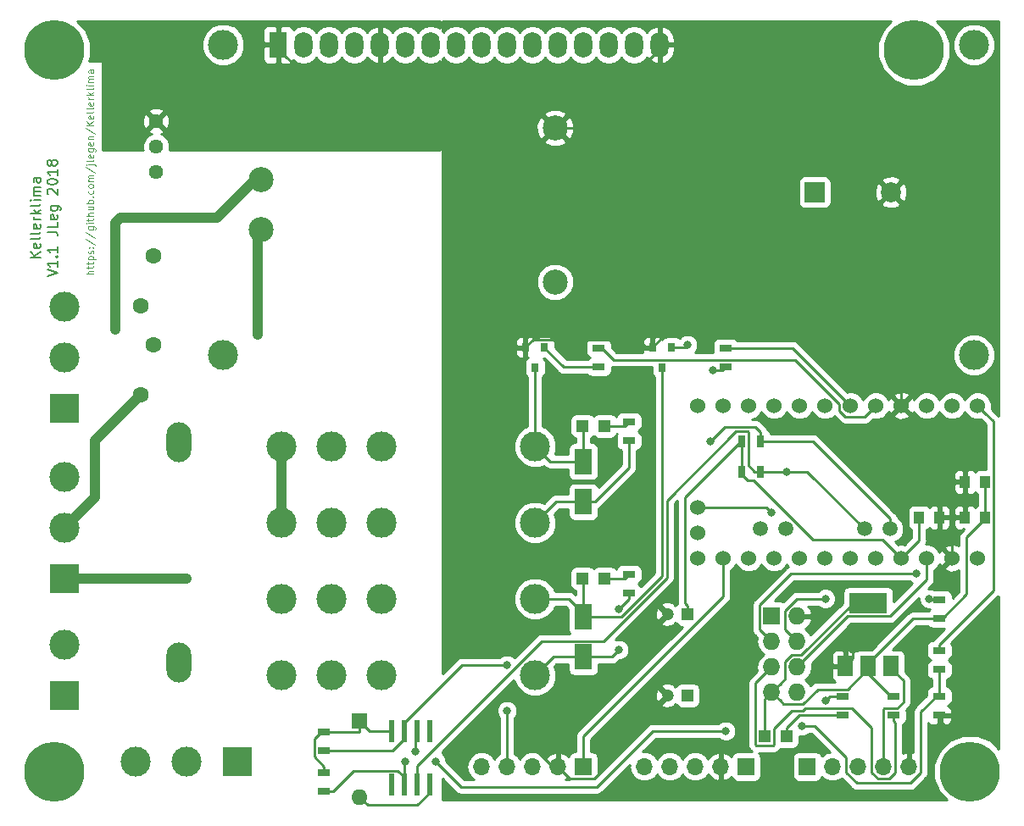
<source format=gbr>
G04 #@! TF.GenerationSoftware,KiCad,Pcbnew,(2018-02-09 revision dba198e57)-makepkg*
G04 #@! TF.CreationDate,2018-02-17T15:50:05+01:00*
G04 #@! TF.ProjectId,Kellerklima,4B656C6C65726B6C696D612E6B696361,rev?*
G04 #@! TF.SameCoordinates,Original*
G04 #@! TF.FileFunction,Copper,L1,Top,Signal*
G04 #@! TF.FilePolarity,Positive*
%FSLAX46Y46*%
G04 Gerber Fmt 4.6, Leading zero omitted, Abs format (unit mm)*
G04 Created by KiCad (PCBNEW (2018-02-09 revision dba198e57)-makepkg) date 02/17/18 15:50:05*
%MOMM*%
%LPD*%
G01*
G04 APERTURE LIST*
%ADD10C,0.100000*%
%ADD11C,0.200000*%
%ADD12R,1.200000X1.200000*%
%ADD13R,1.300000X0.700000*%
%ADD14C,1.524000*%
%ADD15C,1.500000*%
%ADD16C,2.000000*%
%ADD17R,2.000000X2.000000*%
%ADD18R,1.500000X2.000000*%
%ADD19R,3.800000X2.000000*%
%ADD20C,3.000000*%
%ADD21O,1.800000X2.600000*%
%ADD22R,1.800000X2.600000*%
%ADD23O,1.600000X1.600000*%
%ADD24R,1.600000X1.600000*%
%ADD25C,1.440000*%
%ADD26R,0.600000X2.200000*%
%ADD27C,2.500000*%
%ADD28C,6.000000*%
%ADD29R,3.000000X3.000000*%
%ADD30O,1.700000X1.700000*%
%ADD31R,1.700000X1.700000*%
%ADD32C,1.200000*%
%ADD33R,1.000000X1.250000*%
%ADD34R,1.800000X2.500000*%
%ADD35R,1.727200X1.727200*%
%ADD36O,1.727200X1.727200*%
%ADD37O,2.500000X4.000000*%
%ADD38R,0.700000X1.300000*%
%ADD39R,0.800000X0.900000*%
%ADD40C,1.600000*%
%ADD41C,0.800000*%
%ADD42C,0.250000*%
%ADD43C,1.000000*%
%ADD44C,0.254000*%
G04 APERTURE END LIST*
D10*
X58736666Y-46268000D02*
X58036666Y-46268000D01*
X58736666Y-45968000D02*
X58370000Y-45968000D01*
X58303333Y-46001333D01*
X58270000Y-46068000D01*
X58270000Y-46168000D01*
X58303333Y-46234666D01*
X58336666Y-46268000D01*
X58270000Y-45734666D02*
X58270000Y-45468000D01*
X58036666Y-45634666D02*
X58636666Y-45634666D01*
X58703333Y-45601333D01*
X58736666Y-45534666D01*
X58736666Y-45468000D01*
X58270000Y-45334666D02*
X58270000Y-45068000D01*
X58036666Y-45234666D02*
X58636666Y-45234666D01*
X58703333Y-45201333D01*
X58736666Y-45134666D01*
X58736666Y-45068000D01*
X58270000Y-44834666D02*
X58970000Y-44834666D01*
X58303333Y-44834666D02*
X58270000Y-44768000D01*
X58270000Y-44634666D01*
X58303333Y-44568000D01*
X58336666Y-44534666D01*
X58403333Y-44501333D01*
X58603333Y-44501333D01*
X58670000Y-44534666D01*
X58703333Y-44568000D01*
X58736666Y-44634666D01*
X58736666Y-44768000D01*
X58703333Y-44834666D01*
X58703333Y-44234666D02*
X58736666Y-44168000D01*
X58736666Y-44034666D01*
X58703333Y-43968000D01*
X58636666Y-43934666D01*
X58603333Y-43934666D01*
X58536666Y-43968000D01*
X58503333Y-44034666D01*
X58503333Y-44134666D01*
X58470000Y-44201333D01*
X58403333Y-44234666D01*
X58370000Y-44234666D01*
X58303333Y-44201333D01*
X58270000Y-44134666D01*
X58270000Y-44034666D01*
X58303333Y-43968000D01*
X58670000Y-43634666D02*
X58703333Y-43601333D01*
X58736666Y-43634666D01*
X58703333Y-43668000D01*
X58670000Y-43634666D01*
X58736666Y-43634666D01*
X58303333Y-43634666D02*
X58336666Y-43601333D01*
X58370000Y-43634666D01*
X58336666Y-43668000D01*
X58303333Y-43634666D01*
X58370000Y-43634666D01*
X58003333Y-42801333D02*
X58903333Y-43401333D01*
X58003333Y-42068000D02*
X58903333Y-42668000D01*
X58270000Y-41534666D02*
X58836666Y-41534666D01*
X58903333Y-41568000D01*
X58936666Y-41601333D01*
X58970000Y-41668000D01*
X58970000Y-41768000D01*
X58936666Y-41834666D01*
X58703333Y-41534666D02*
X58736666Y-41601333D01*
X58736666Y-41734666D01*
X58703333Y-41801333D01*
X58670000Y-41834666D01*
X58603333Y-41868000D01*
X58403333Y-41868000D01*
X58336666Y-41834666D01*
X58303333Y-41801333D01*
X58270000Y-41734666D01*
X58270000Y-41601333D01*
X58303333Y-41534666D01*
X58736666Y-41201333D02*
X58270000Y-41201333D01*
X58036666Y-41201333D02*
X58070000Y-41234666D01*
X58103333Y-41201333D01*
X58070000Y-41168000D01*
X58036666Y-41201333D01*
X58103333Y-41201333D01*
X58270000Y-40968000D02*
X58270000Y-40701333D01*
X58036666Y-40868000D02*
X58636666Y-40868000D01*
X58703333Y-40834666D01*
X58736666Y-40768000D01*
X58736666Y-40701333D01*
X58736666Y-40468000D02*
X58036666Y-40468000D01*
X58736666Y-40168000D02*
X58370000Y-40168000D01*
X58303333Y-40201333D01*
X58270000Y-40268000D01*
X58270000Y-40368000D01*
X58303333Y-40434666D01*
X58336666Y-40468000D01*
X58270000Y-39534666D02*
X58736666Y-39534666D01*
X58270000Y-39834666D02*
X58636666Y-39834666D01*
X58703333Y-39801333D01*
X58736666Y-39734666D01*
X58736666Y-39634666D01*
X58703333Y-39568000D01*
X58670000Y-39534666D01*
X58736666Y-39201333D02*
X58036666Y-39201333D01*
X58303333Y-39201333D02*
X58270000Y-39134666D01*
X58270000Y-39001333D01*
X58303333Y-38934666D01*
X58336666Y-38901333D01*
X58403333Y-38868000D01*
X58603333Y-38868000D01*
X58670000Y-38901333D01*
X58703333Y-38934666D01*
X58736666Y-39001333D01*
X58736666Y-39134666D01*
X58703333Y-39201333D01*
X58670000Y-38568000D02*
X58703333Y-38534666D01*
X58736666Y-38568000D01*
X58703333Y-38601333D01*
X58670000Y-38568000D01*
X58736666Y-38568000D01*
X58703333Y-37934666D02*
X58736666Y-38001333D01*
X58736666Y-38134666D01*
X58703333Y-38201333D01*
X58670000Y-38234666D01*
X58603333Y-38268000D01*
X58403333Y-38268000D01*
X58336666Y-38234666D01*
X58303333Y-38201333D01*
X58270000Y-38134666D01*
X58270000Y-38001333D01*
X58303333Y-37934666D01*
X58736666Y-37534666D02*
X58703333Y-37601333D01*
X58670000Y-37634666D01*
X58603333Y-37668000D01*
X58403333Y-37668000D01*
X58336666Y-37634666D01*
X58303333Y-37601333D01*
X58270000Y-37534666D01*
X58270000Y-37434666D01*
X58303333Y-37368000D01*
X58336666Y-37334666D01*
X58403333Y-37301333D01*
X58603333Y-37301333D01*
X58670000Y-37334666D01*
X58703333Y-37368000D01*
X58736666Y-37434666D01*
X58736666Y-37534666D01*
X58736666Y-37001333D02*
X58270000Y-37001333D01*
X58336666Y-37001333D02*
X58303333Y-36968000D01*
X58270000Y-36901333D01*
X58270000Y-36801333D01*
X58303333Y-36734666D01*
X58370000Y-36701333D01*
X58736666Y-36701333D01*
X58370000Y-36701333D02*
X58303333Y-36668000D01*
X58270000Y-36601333D01*
X58270000Y-36501333D01*
X58303333Y-36434666D01*
X58370000Y-36401333D01*
X58736666Y-36401333D01*
X58003333Y-35568000D02*
X58903333Y-36168000D01*
X58270000Y-35334666D02*
X58870000Y-35334666D01*
X58936666Y-35368000D01*
X58970000Y-35434666D01*
X58970000Y-35468000D01*
X58036666Y-35334666D02*
X58070000Y-35368000D01*
X58103333Y-35334666D01*
X58070000Y-35301333D01*
X58036666Y-35334666D01*
X58103333Y-35334666D01*
X58736666Y-34901333D02*
X58703333Y-34968000D01*
X58636666Y-35001333D01*
X58036666Y-35001333D01*
X58703333Y-34368000D02*
X58736666Y-34434666D01*
X58736666Y-34568000D01*
X58703333Y-34634666D01*
X58636666Y-34668000D01*
X58370000Y-34668000D01*
X58303333Y-34634666D01*
X58270000Y-34568000D01*
X58270000Y-34434666D01*
X58303333Y-34368000D01*
X58370000Y-34334666D01*
X58436666Y-34334666D01*
X58503333Y-34668000D01*
X58270000Y-33734666D02*
X58836666Y-33734666D01*
X58903333Y-33768000D01*
X58936666Y-33801333D01*
X58970000Y-33868000D01*
X58970000Y-33968000D01*
X58936666Y-34034666D01*
X58703333Y-33734666D02*
X58736666Y-33801333D01*
X58736666Y-33934666D01*
X58703333Y-34001333D01*
X58670000Y-34034666D01*
X58603333Y-34068000D01*
X58403333Y-34068000D01*
X58336666Y-34034666D01*
X58303333Y-34001333D01*
X58270000Y-33934666D01*
X58270000Y-33801333D01*
X58303333Y-33734666D01*
X58703333Y-33134666D02*
X58736666Y-33201333D01*
X58736666Y-33334666D01*
X58703333Y-33401333D01*
X58636666Y-33434666D01*
X58370000Y-33434666D01*
X58303333Y-33401333D01*
X58270000Y-33334666D01*
X58270000Y-33201333D01*
X58303333Y-33134666D01*
X58370000Y-33101333D01*
X58436666Y-33101333D01*
X58503333Y-33434666D01*
X58270000Y-32801333D02*
X58736666Y-32801333D01*
X58336666Y-32801333D02*
X58303333Y-32768000D01*
X58270000Y-32701333D01*
X58270000Y-32601333D01*
X58303333Y-32534666D01*
X58370000Y-32501333D01*
X58736666Y-32501333D01*
X58003333Y-31668000D02*
X58903333Y-32268000D01*
X58736666Y-31434666D02*
X58036666Y-31434666D01*
X58736666Y-31034666D02*
X58336666Y-31334666D01*
X58036666Y-31034666D02*
X58436666Y-31434666D01*
X58703333Y-30468000D02*
X58736666Y-30534666D01*
X58736666Y-30668000D01*
X58703333Y-30734666D01*
X58636666Y-30768000D01*
X58370000Y-30768000D01*
X58303333Y-30734666D01*
X58270000Y-30668000D01*
X58270000Y-30534666D01*
X58303333Y-30468000D01*
X58370000Y-30434666D01*
X58436666Y-30434666D01*
X58503333Y-30768000D01*
X58736666Y-30034666D02*
X58703333Y-30101333D01*
X58636666Y-30134666D01*
X58036666Y-30134666D01*
X58736666Y-29668000D02*
X58703333Y-29734666D01*
X58636666Y-29768000D01*
X58036666Y-29768000D01*
X58703333Y-29134666D02*
X58736666Y-29201333D01*
X58736666Y-29334666D01*
X58703333Y-29401333D01*
X58636666Y-29434666D01*
X58370000Y-29434666D01*
X58303333Y-29401333D01*
X58270000Y-29334666D01*
X58270000Y-29201333D01*
X58303333Y-29134666D01*
X58370000Y-29101333D01*
X58436666Y-29101333D01*
X58503333Y-29434666D01*
X58736666Y-28801333D02*
X58270000Y-28801333D01*
X58403333Y-28801333D02*
X58336666Y-28768000D01*
X58303333Y-28734666D01*
X58270000Y-28668000D01*
X58270000Y-28601333D01*
X58736666Y-28368000D02*
X58036666Y-28368000D01*
X58470000Y-28301333D02*
X58736666Y-28101333D01*
X58270000Y-28101333D02*
X58536666Y-28368000D01*
X58736666Y-27701333D02*
X58703333Y-27768000D01*
X58636666Y-27801333D01*
X58036666Y-27801333D01*
X58736666Y-27434666D02*
X58270000Y-27434666D01*
X58036666Y-27434666D02*
X58070000Y-27468000D01*
X58103333Y-27434666D01*
X58070000Y-27401333D01*
X58036666Y-27434666D01*
X58103333Y-27434666D01*
X58736666Y-27101333D02*
X58270000Y-27101333D01*
X58336666Y-27101333D02*
X58303333Y-27068000D01*
X58270000Y-27001333D01*
X58270000Y-26901333D01*
X58303333Y-26834666D01*
X58370000Y-26801333D01*
X58736666Y-26801333D01*
X58370000Y-26801333D02*
X58303333Y-26768000D01*
X58270000Y-26701333D01*
X58270000Y-26601333D01*
X58303333Y-26534666D01*
X58370000Y-26501333D01*
X58736666Y-26501333D01*
X58736666Y-25868000D02*
X58370000Y-25868000D01*
X58303333Y-25901333D01*
X58270000Y-25968000D01*
X58270000Y-26101333D01*
X58303333Y-26168000D01*
X58703333Y-25868000D02*
X58736666Y-25934666D01*
X58736666Y-26101333D01*
X58703333Y-26168000D01*
X58636666Y-26201333D01*
X58570000Y-26201333D01*
X58503333Y-26168000D01*
X58470000Y-26101333D01*
X58470000Y-25934666D01*
X58436666Y-25868000D01*
D11*
X53450380Y-44616190D02*
X52450380Y-44616190D01*
X53450380Y-44044761D02*
X52878952Y-44473333D01*
X52450380Y-44044761D02*
X53021809Y-44616190D01*
X53402761Y-43235238D02*
X53450380Y-43330476D01*
X53450380Y-43520952D01*
X53402761Y-43616190D01*
X53307523Y-43663809D01*
X52926571Y-43663809D01*
X52831333Y-43616190D01*
X52783714Y-43520952D01*
X52783714Y-43330476D01*
X52831333Y-43235238D01*
X52926571Y-43187619D01*
X53021809Y-43187619D01*
X53117047Y-43663809D01*
X53450380Y-42616190D02*
X53402761Y-42711428D01*
X53307523Y-42759047D01*
X52450380Y-42759047D01*
X53450380Y-42092380D02*
X53402761Y-42187619D01*
X53307523Y-42235238D01*
X52450380Y-42235238D01*
X53402761Y-41330476D02*
X53450380Y-41425714D01*
X53450380Y-41616190D01*
X53402761Y-41711428D01*
X53307523Y-41759047D01*
X52926571Y-41759047D01*
X52831333Y-41711428D01*
X52783714Y-41616190D01*
X52783714Y-41425714D01*
X52831333Y-41330476D01*
X52926571Y-41282857D01*
X53021809Y-41282857D01*
X53117047Y-41759047D01*
X53450380Y-40854285D02*
X52783714Y-40854285D01*
X52974190Y-40854285D02*
X52878952Y-40806666D01*
X52831333Y-40759047D01*
X52783714Y-40663809D01*
X52783714Y-40568571D01*
X53450380Y-40235238D02*
X52450380Y-40235238D01*
X53069428Y-40140000D02*
X53450380Y-39854285D01*
X52783714Y-39854285D02*
X53164666Y-40235238D01*
X53450380Y-39282857D02*
X53402761Y-39378095D01*
X53307523Y-39425714D01*
X52450380Y-39425714D01*
X53450380Y-38901904D02*
X52783714Y-38901904D01*
X52450380Y-38901904D02*
X52498000Y-38949523D01*
X52545619Y-38901904D01*
X52498000Y-38854285D01*
X52450380Y-38901904D01*
X52545619Y-38901904D01*
X53450380Y-38425714D02*
X52783714Y-38425714D01*
X52878952Y-38425714D02*
X52831333Y-38378095D01*
X52783714Y-38282857D01*
X52783714Y-38140000D01*
X52831333Y-38044761D01*
X52926571Y-37997142D01*
X53450380Y-37997142D01*
X52926571Y-37997142D02*
X52831333Y-37949523D01*
X52783714Y-37854285D01*
X52783714Y-37711428D01*
X52831333Y-37616190D01*
X52926571Y-37568571D01*
X53450380Y-37568571D01*
X53450380Y-36663809D02*
X52926571Y-36663809D01*
X52831333Y-36711428D01*
X52783714Y-36806666D01*
X52783714Y-36997142D01*
X52831333Y-37092380D01*
X53402761Y-36663809D02*
X53450380Y-36759047D01*
X53450380Y-36997142D01*
X53402761Y-37092380D01*
X53307523Y-37140000D01*
X53212285Y-37140000D01*
X53117047Y-37092380D01*
X53069428Y-36997142D01*
X53069428Y-36759047D01*
X53021809Y-36663809D01*
X54150380Y-46497142D02*
X55150380Y-46163809D01*
X54150380Y-45830476D01*
X55150380Y-44973333D02*
X55150380Y-45544761D01*
X55150380Y-45259047D02*
X54150380Y-45259047D01*
X54293238Y-45354285D01*
X54388476Y-45449523D01*
X54436095Y-45544761D01*
X55055142Y-44544761D02*
X55102761Y-44497142D01*
X55150380Y-44544761D01*
X55102761Y-44592380D01*
X55055142Y-44544761D01*
X55150380Y-44544761D01*
X55150380Y-43544761D02*
X55150380Y-44116190D01*
X55150380Y-43830476D02*
X54150380Y-43830476D01*
X54293238Y-43925714D01*
X54388476Y-44020952D01*
X54436095Y-44116190D01*
X54150380Y-42068571D02*
X54864666Y-42068571D01*
X55007523Y-42116190D01*
X55102761Y-42211428D01*
X55150380Y-42354285D01*
X55150380Y-42449523D01*
X55150380Y-41116190D02*
X55150380Y-41592380D01*
X54150380Y-41592380D01*
X55102761Y-40401904D02*
X55150380Y-40497142D01*
X55150380Y-40687619D01*
X55102761Y-40782857D01*
X55007523Y-40830476D01*
X54626571Y-40830476D01*
X54531333Y-40782857D01*
X54483714Y-40687619D01*
X54483714Y-40497142D01*
X54531333Y-40401904D01*
X54626571Y-40354285D01*
X54721809Y-40354285D01*
X54817047Y-40830476D01*
X54483714Y-39497142D02*
X55293238Y-39497142D01*
X55388476Y-39544761D01*
X55436095Y-39592380D01*
X55483714Y-39687619D01*
X55483714Y-39830476D01*
X55436095Y-39925714D01*
X55102761Y-39497142D02*
X55150380Y-39592380D01*
X55150380Y-39782857D01*
X55102761Y-39878095D01*
X55055142Y-39925714D01*
X54959904Y-39973333D01*
X54674190Y-39973333D01*
X54578952Y-39925714D01*
X54531333Y-39878095D01*
X54483714Y-39782857D01*
X54483714Y-39592380D01*
X54531333Y-39497142D01*
X54245619Y-38306666D02*
X54198000Y-38259047D01*
X54150380Y-38163809D01*
X54150380Y-37925714D01*
X54198000Y-37830476D01*
X54245619Y-37782857D01*
X54340857Y-37735238D01*
X54436095Y-37735238D01*
X54578952Y-37782857D01*
X55150380Y-38354285D01*
X55150380Y-37735238D01*
X54150380Y-37116190D02*
X54150380Y-37020952D01*
X54198000Y-36925714D01*
X54245619Y-36878095D01*
X54340857Y-36830476D01*
X54531333Y-36782857D01*
X54769428Y-36782857D01*
X54959904Y-36830476D01*
X55055142Y-36878095D01*
X55102761Y-36925714D01*
X55150380Y-37020952D01*
X55150380Y-37116190D01*
X55102761Y-37211428D01*
X55055142Y-37259047D01*
X54959904Y-37306666D01*
X54769428Y-37354285D01*
X54531333Y-37354285D01*
X54340857Y-37306666D01*
X54245619Y-37259047D01*
X54198000Y-37211428D01*
X54150380Y-37116190D01*
X55150380Y-35830476D02*
X55150380Y-36401904D01*
X55150380Y-36116190D02*
X54150380Y-36116190D01*
X54293238Y-36211428D01*
X54388476Y-36306666D01*
X54436095Y-36401904D01*
X54578952Y-35259047D02*
X54531333Y-35354285D01*
X54483714Y-35401904D01*
X54388476Y-35449523D01*
X54340857Y-35449523D01*
X54245619Y-35401904D01*
X54198000Y-35354285D01*
X54150380Y-35259047D01*
X54150380Y-35068571D01*
X54198000Y-34973333D01*
X54245619Y-34925714D01*
X54340857Y-34878095D01*
X54388476Y-34878095D01*
X54483714Y-34925714D01*
X54531333Y-34973333D01*
X54578952Y-35068571D01*
X54578952Y-35259047D01*
X54626571Y-35354285D01*
X54674190Y-35401904D01*
X54769428Y-35449523D01*
X54959904Y-35449523D01*
X55055142Y-35401904D01*
X55102761Y-35354285D01*
X55150380Y-35259047D01*
X55150380Y-35068571D01*
X55102761Y-34973333D01*
X55055142Y-34925714D01*
X54959904Y-34878095D01*
X54769428Y-34878095D01*
X54674190Y-34925714D01*
X54626571Y-34973333D01*
X54578952Y-35068571D01*
D12*
X109812000Y-61468000D03*
X107612000Y-61468000D03*
X107612000Y-76708000D03*
X109812000Y-76708000D03*
D13*
X112268000Y-76266000D03*
X112268000Y-78166000D03*
X112268000Y-62926000D03*
X112268000Y-61026000D03*
D14*
X119126000Y-69596000D03*
X119126000Y-72136000D03*
D15*
X125349000Y-71755000D03*
X127889000Y-71755000D03*
X135763000Y-71755000D03*
X138303000Y-71755000D03*
D14*
X119126000Y-74676000D03*
X121666000Y-74676000D03*
X124206000Y-74676000D03*
X126746000Y-74676000D03*
X129286000Y-74676000D03*
X131826000Y-74676000D03*
X134366000Y-74676000D03*
X136906000Y-74676000D03*
X139446000Y-74676000D03*
X141986000Y-74676000D03*
X144526000Y-74676000D03*
X147066000Y-74676000D03*
X119126000Y-59436000D03*
X121666000Y-59436000D03*
X124206000Y-59436000D03*
X126746000Y-59436000D03*
X129286000Y-59436000D03*
X131826000Y-59436000D03*
X134366000Y-59436000D03*
X136906000Y-59436000D03*
X139446000Y-59436000D03*
X141986000Y-59436000D03*
X144526000Y-59436000D03*
X147066000Y-59436000D03*
D16*
X138410000Y-38100000D03*
D17*
X130810000Y-38100000D03*
D18*
X133844000Y-85446000D03*
X138444000Y-85446000D03*
X136144000Y-85446000D03*
D19*
X136144000Y-79146000D03*
D20*
X146716000Y-23368000D03*
X146715480Y-54368700D03*
X71716900Y-54368700D03*
X71716900Y-23368000D03*
D21*
X115316000Y-23368000D03*
X112776000Y-23368000D03*
X110236000Y-23368000D03*
X107696000Y-23368000D03*
X105156000Y-23368000D03*
X102616000Y-23368000D03*
X100076000Y-23368000D03*
X97536000Y-23368000D03*
X94996000Y-23368000D03*
X92456000Y-23368000D03*
X89916000Y-23368000D03*
X87376000Y-23368000D03*
X84836000Y-23368000D03*
X82296000Y-23368000D03*
X79756000Y-23368000D03*
D22*
X77216000Y-23368000D03*
D23*
X85344000Y-98552000D03*
D24*
X85344000Y-90932000D03*
D25*
X65024000Y-30988000D03*
X65024000Y-33528000D03*
X65024000Y-36068000D03*
D13*
X81788000Y-93914000D03*
X81788000Y-92014000D03*
X81788000Y-96078000D03*
X81788000Y-97978000D03*
D26*
X89789000Y-97327432D03*
X89789000Y-91927432D03*
X88519000Y-97327432D03*
X91059000Y-97327432D03*
X92329000Y-97327432D03*
X88519000Y-91927432D03*
X91059000Y-91927432D03*
X92329000Y-91927432D03*
D20*
X102870000Y-86360000D03*
X102870000Y-78740000D03*
X82550000Y-86360000D03*
X77550000Y-78740000D03*
X87550000Y-78740000D03*
X87550000Y-86360000D03*
X82550000Y-78740000D03*
X77550000Y-86360000D03*
X77550000Y-71120000D03*
X82550000Y-63500000D03*
X87550000Y-71120000D03*
X87550000Y-63500000D03*
X77550000Y-63500000D03*
X82550000Y-71120000D03*
X102870000Y-63500000D03*
X102870000Y-71120000D03*
D27*
X75470000Y-36870000D03*
X75470000Y-41870000D03*
X104870000Y-31670000D03*
X104870000Y-47070000D03*
D28*
X146304000Y-96012000D03*
X140716000Y-23876000D03*
X54864000Y-23876000D03*
X54864000Y-96012000D03*
D20*
X55880000Y-83312000D03*
D29*
X55880000Y-88392000D03*
D30*
X140208000Y-95504000D03*
X137668000Y-95504000D03*
X135128000Y-95504000D03*
X132588000Y-95504000D03*
D31*
X130048000Y-95504000D03*
D12*
X118110000Y-88392000D03*
D32*
X116110000Y-88392000D03*
X116110000Y-80264000D03*
D12*
X118110000Y-80264000D03*
X128016000Y-92456000D03*
X125816000Y-92456000D03*
D33*
X143240000Y-70612000D03*
X141240000Y-70612000D03*
X147812000Y-67056000D03*
X145812000Y-67056000D03*
X147812000Y-70612000D03*
X145812000Y-70612000D03*
D34*
X107696000Y-84550000D03*
X107696000Y-80550000D03*
X107696000Y-65024000D03*
X107696000Y-69024000D03*
D35*
X126504633Y-80469818D03*
D36*
X129044633Y-80469818D03*
X126504633Y-83009818D03*
X129044633Y-83009818D03*
X126504633Y-85549818D03*
X129044633Y-85549818D03*
X126504633Y-88089818D03*
X129044633Y-88089818D03*
D37*
X67310000Y-85090000D03*
X67310000Y-63090000D03*
D31*
X123952000Y-95504000D03*
D30*
X121412000Y-95504000D03*
X118872000Y-95504000D03*
X116332000Y-95504000D03*
X113792000Y-95504000D03*
X97536000Y-95504000D03*
X100076000Y-95504000D03*
X102616000Y-95504000D03*
X105156000Y-95504000D03*
D31*
X107696000Y-95504000D03*
D13*
X121920000Y-53660000D03*
X121920000Y-55560000D03*
X143256000Y-83886000D03*
X143256000Y-85786000D03*
X138684000Y-90358000D03*
X138684000Y-88458000D03*
X143256000Y-80706000D03*
X143256000Y-78806000D03*
D38*
X125410000Y-62992000D03*
X123510000Y-62992000D03*
D13*
X109220000Y-53660000D03*
X109220000Y-55560000D03*
X143256000Y-88458000D03*
X143256000Y-90358000D03*
X133604000Y-88458000D03*
X133604000Y-90358000D03*
D38*
X125410000Y-66040000D03*
X123510000Y-66040000D03*
D39*
X115570000Y-55610000D03*
X114620000Y-53610000D03*
X116520000Y-53610000D03*
X103820000Y-53610000D03*
X101920000Y-53610000D03*
X102870000Y-55610000D03*
D20*
X55880000Y-49530000D03*
X55880000Y-54610000D03*
D29*
X55880000Y-59690000D03*
X55880000Y-76708000D03*
D20*
X55880000Y-71628000D03*
X55880000Y-66548000D03*
X62992000Y-94996000D03*
X68072000Y-94996000D03*
D29*
X73152000Y-94996000D03*
D40*
X64770000Y-53340000D03*
X63470000Y-58340000D03*
X63470000Y-49450000D03*
X64770000Y-44450000D03*
D41*
X111252000Y-83820000D03*
X111244848Y-79748848D03*
X75184000Y-52324000D03*
X60960000Y-51816000D03*
X101600000Y-92456000D03*
X114300000Y-88900000D03*
X143510000Y-91440000D03*
X134620000Y-83820000D03*
X133350000Y-78740000D03*
X68072000Y-76708000D03*
X120650000Y-55880000D03*
X118110000Y-53340000D03*
X100080653Y-89911347D03*
X100076000Y-85344000D03*
X131863000Y-78719846D03*
X131863000Y-88900000D03*
X129540000Y-91440000D03*
X89916000Y-94996000D03*
X142240000Y-78740000D03*
X140970000Y-76200000D03*
X128016000Y-66040000D03*
X126492000Y-70104000D03*
X90932000Y-93980000D03*
X92964000Y-94996000D03*
X121920000Y-91948000D03*
X120396000Y-62992000D03*
D42*
X112268000Y-62926000D02*
X112268000Y-65602000D01*
X112268000Y-65602000D02*
X108846000Y-69024000D01*
X108846000Y-69024000D02*
X107696000Y-69024000D01*
X111252000Y-83820000D02*
X110522000Y-84550000D01*
X110522000Y-84550000D02*
X107696000Y-84550000D01*
X112268000Y-78725696D02*
X111244848Y-79748848D01*
X112268000Y-78166000D02*
X112268000Y-78725696D01*
X102870000Y-71120000D02*
X104966000Y-69024000D01*
X104966000Y-69024000D02*
X107696000Y-69024000D01*
X107696000Y-84550000D02*
X104680000Y-84550000D01*
X104680000Y-84550000D02*
X102870000Y-86360000D01*
X107696000Y-80550000D02*
X107696000Y-76792000D01*
X107696000Y-76792000D02*
X107612000Y-76708000D01*
X115570000Y-55610000D02*
X115570000Y-76449002D01*
X115570000Y-76449002D02*
X111469002Y-80550000D01*
X111469002Y-80550000D02*
X108846000Y-80550000D01*
X108846000Y-80550000D02*
X107696000Y-80550000D01*
X102870000Y-78740000D02*
X106236000Y-78740000D01*
X106236000Y-78740000D02*
X107696000Y-80200000D01*
X107696000Y-80200000D02*
X107696000Y-80550000D01*
X108870000Y-80550000D02*
X107696000Y-80550000D01*
X107696000Y-65024000D02*
X107696000Y-61552000D01*
X107696000Y-61552000D02*
X107612000Y-61468000D01*
X102870000Y-63500000D02*
X104394000Y-65024000D01*
X104394000Y-65024000D02*
X107696000Y-65024000D01*
X139446000Y-59436000D02*
X139446000Y-41148000D01*
X139446000Y-41148000D02*
X139446000Y-40886000D01*
X139446000Y-41148000D02*
X139446000Y-39136000D01*
X139446000Y-39136000D02*
X138410000Y-38100000D01*
X136144000Y-79146000D02*
X134667581Y-79146000D01*
X134667581Y-79146000D02*
X129452364Y-84361217D01*
X129452364Y-84361217D02*
X128474104Y-84361217D01*
X128474104Y-84361217D02*
X127856032Y-84979289D01*
X127856032Y-84979289D02*
X127856032Y-86738419D01*
X127856032Y-86738419D02*
X127368232Y-87226219D01*
X127368232Y-87226219D02*
X126504633Y-88089818D01*
D43*
X75184000Y-52324000D02*
X75184000Y-42156000D01*
X75184000Y-42156000D02*
X75470000Y-41870000D01*
D42*
X123510000Y-62926000D02*
X117856000Y-68580000D01*
X123510000Y-66040000D02*
X123510000Y-62926000D01*
X117856000Y-68580000D02*
X117856000Y-79160000D01*
X117856000Y-79160000D02*
X118110000Y-79414000D01*
X118110000Y-79414000D02*
X118110000Y-80264000D01*
X88519000Y-91927432D02*
X86339432Y-91927432D01*
X86339432Y-91927432D02*
X85344000Y-90932000D01*
X81788000Y-92014000D02*
X85312000Y-92014000D01*
X85312000Y-92014000D02*
X85344000Y-91982000D01*
X85344000Y-91982000D02*
X85344000Y-90932000D01*
X81788000Y-92014000D02*
X81488000Y-92014000D01*
X81488000Y-92014000D02*
X80812999Y-92689001D01*
X80812999Y-92689001D02*
X80812999Y-94502999D01*
X80812999Y-94502999D02*
X81788000Y-95478000D01*
X81788000Y-95478000D02*
X81788000Y-96078000D01*
X123510000Y-62992000D02*
X123510000Y-66040000D01*
X141240000Y-70612000D02*
X141240000Y-72882000D01*
X141240000Y-72882000D02*
X139446000Y-74676000D01*
X138444000Y-85446000D02*
X138444000Y-85696000D01*
X139659001Y-86911001D02*
X139659001Y-89068001D01*
X138444000Y-85696000D02*
X139659001Y-86911001D01*
X139659001Y-89068001D02*
X139044003Y-89682999D01*
X137668000Y-89788998D02*
X137668000Y-94301919D01*
X139044003Y-89682999D02*
X137773999Y-89682999D01*
X137773999Y-89682999D02*
X137668000Y-89788998D01*
X137668000Y-94301919D02*
X137668000Y-95504000D01*
X139446000Y-74676000D02*
X137600001Y-72830001D01*
X137600001Y-72830001D02*
X130614999Y-72830001D01*
X130614999Y-72830001D02*
X124724998Y-66940000D01*
X124724998Y-66940000D02*
X124110000Y-66940000D01*
X124110000Y-66940000D02*
X123510000Y-66340000D01*
X123510000Y-66340000D02*
X123510000Y-66040000D01*
D43*
X77550000Y-63500000D02*
X77550000Y-71120000D01*
D42*
X102870000Y-55880000D02*
X102870000Y-63500000D01*
D43*
X60960000Y-41148000D02*
X61468000Y-40640000D01*
X60960000Y-51816000D02*
X60960000Y-41148000D01*
X61468000Y-40640000D02*
X71120000Y-40640000D01*
X71120000Y-40640000D02*
X74890000Y-36870000D01*
X74890000Y-36870000D02*
X75470000Y-36870000D01*
X58928000Y-62882000D02*
X58928000Y-68580000D01*
X63470000Y-58340000D02*
X58928000Y-62882000D01*
X58928000Y-68580000D02*
X57379999Y-70128001D01*
X57379999Y-70128001D02*
X55880000Y-71628000D01*
D42*
X129044633Y-80469818D02*
X131620182Y-80469818D01*
X131620182Y-80469818D02*
X133350000Y-78740000D01*
X85344000Y-98552000D02*
X86143999Y-99351999D01*
X86143999Y-99351999D02*
X91104433Y-99351999D01*
X91104433Y-99351999D02*
X92329000Y-98127432D01*
X92329000Y-98127432D02*
X92329000Y-97327432D01*
X101600000Y-92456000D02*
X104648000Y-95504000D01*
X104648000Y-95504000D02*
X105156000Y-95504000D01*
X114620000Y-53610000D02*
X114620000Y-53560000D01*
X114620000Y-53560000D02*
X116110000Y-52070000D01*
X116110000Y-52070000D02*
X132080000Y-52070000D01*
X132080000Y-52070000D02*
X138684001Y-58674001D01*
X138684001Y-58674001D02*
X139446000Y-59436000D01*
X101920000Y-53610000D02*
X101920000Y-53560000D01*
X101920000Y-53560000D02*
X102645001Y-52834999D01*
X102645001Y-52834999D02*
X113194999Y-52834999D01*
X113194999Y-52834999D02*
X113970000Y-53610000D01*
X113970000Y-53610000D02*
X114620000Y-53610000D01*
X104870000Y-31670000D02*
X103620001Y-30420001D01*
X103620001Y-30420001D02*
X83868001Y-30420001D01*
X83868001Y-30420001D02*
X77216000Y-23768000D01*
X77216000Y-23768000D02*
X77216000Y-23368000D01*
X104870000Y-31670000D02*
X107414000Y-31670000D01*
X107414000Y-31670000D02*
X115316000Y-23768000D01*
X115316000Y-23768000D02*
X115316000Y-23368000D01*
X101920000Y-53610000D02*
X101920000Y-34620000D01*
X101920000Y-34620000D02*
X104870000Y-31670000D01*
X114300000Y-88900000D02*
X114300000Y-91185002D01*
X114300000Y-91185002D02*
X108806001Y-96679001D01*
X108806001Y-96679001D02*
X106331001Y-96679001D01*
X106331001Y-96679001D02*
X106005999Y-96353999D01*
X106005999Y-96353999D02*
X105156000Y-95504000D01*
X143510000Y-91440000D02*
X143510000Y-90612000D01*
X143510000Y-90612000D02*
X143256000Y-90358000D01*
X134620000Y-83820000D02*
X134620000Y-84670000D01*
X134620000Y-84670000D02*
X133844000Y-85446000D01*
X133588000Y-78740000D02*
X133350000Y-78740000D01*
X143240000Y-70612000D02*
X143240000Y-72035590D01*
X143240000Y-72035590D02*
X144526000Y-73321590D01*
X144526000Y-73321590D02*
X144526000Y-73598370D01*
X144526000Y-73598370D02*
X144526000Y-74676000D01*
X145812000Y-67056000D02*
X145812000Y-65802000D01*
X145812000Y-65802000D02*
X139446000Y-59436000D01*
X145812000Y-70612000D02*
X145812000Y-67056000D01*
X143240000Y-70612000D02*
X145812000Y-70612000D01*
D43*
X68072000Y-76708000D02*
X55880000Y-76708000D01*
D42*
X109220000Y-55560000D02*
X105720000Y-55560000D01*
X105720000Y-55560000D02*
X103820000Y-53660000D01*
X103820000Y-53660000D02*
X103820000Y-53610000D01*
X120650000Y-55880000D02*
X121600000Y-55880000D01*
X121600000Y-55880000D02*
X121920000Y-55560000D01*
X117840000Y-53610000D02*
X118110000Y-53340000D01*
X116520000Y-53610000D02*
X117840000Y-53610000D01*
X100080653Y-89911347D02*
X100080653Y-95499347D01*
X100080653Y-95499347D02*
X100076000Y-95504000D01*
X89789000Y-91127432D02*
X95572432Y-85344000D01*
X89789000Y-91927432D02*
X89789000Y-91127432D01*
X95572432Y-85344000D02*
X100076000Y-85344000D01*
X81788000Y-93914000D02*
X88602432Y-93914000D01*
X88602432Y-93914000D02*
X89789000Y-92727432D01*
X89789000Y-92727432D02*
X89789000Y-91927432D01*
X131863000Y-78719846D02*
X129035475Y-78719846D01*
X129035475Y-78719846D02*
X127856032Y-79899289D01*
X127856032Y-79899289D02*
X127856032Y-81821217D01*
X127856032Y-81821217D02*
X128181034Y-82146219D01*
X128181034Y-82146219D02*
X129044633Y-83009818D01*
X132305000Y-88458000D02*
X131863000Y-88900000D01*
X133604000Y-88458000D02*
X132305000Y-88458000D01*
X128016000Y-92456000D02*
X128016000Y-91606000D01*
X128016000Y-91606000D02*
X129264000Y-90358000D01*
X129264000Y-90358000D02*
X132704000Y-90358000D01*
X132704000Y-90358000D02*
X133604000Y-90358000D01*
X135014008Y-97129010D02*
X133952999Y-96068001D01*
X140321992Y-97129010D02*
X135014008Y-97129010D01*
X141383001Y-96068001D02*
X140321992Y-97129010D01*
X130803980Y-91440000D02*
X129540000Y-91440000D01*
X141383001Y-90030999D02*
X141383001Y-96068001D01*
X143256000Y-88458000D02*
X142956000Y-88458000D01*
X142956000Y-88458000D02*
X141383001Y-90030999D01*
X133952999Y-96068001D02*
X133952999Y-94589019D01*
X133952999Y-94589019D02*
X130803980Y-91440000D01*
X143256000Y-85786000D02*
X143256000Y-88458000D01*
X133278999Y-59957761D02*
X133844239Y-60523001D01*
X109220000Y-53660000D02*
X109520000Y-53660000D01*
X133278999Y-59280237D02*
X133278999Y-59957761D01*
X128833761Y-54834999D02*
X133278999Y-59280237D01*
X110694999Y-54834999D02*
X128833761Y-54834999D01*
X109520000Y-53660000D02*
X110694999Y-54834999D01*
X133844239Y-60523001D02*
X135818999Y-60523001D01*
X135818999Y-60523001D02*
X136906000Y-59436000D01*
X89789000Y-95123000D02*
X89916000Y-94996000D01*
X89789000Y-97327432D02*
X89789000Y-95123000D01*
X81788000Y-97978000D02*
X82688000Y-97978000D01*
X82688000Y-97978000D02*
X84763569Y-95902431D01*
X84763569Y-95902431D02*
X89163999Y-95902431D01*
X89163999Y-95902431D02*
X89789000Y-96527432D01*
X89789000Y-96527432D02*
X89789000Y-97327432D01*
X125816000Y-92456000D02*
X125816000Y-88778451D01*
X125816000Y-88778451D02*
X126504633Y-88089818D01*
X136144000Y-85446000D02*
X136144000Y-85696000D01*
X136144000Y-85696000D02*
X134057001Y-87782999D01*
X134057001Y-87782999D02*
X131110582Y-87782999D01*
X131110582Y-87782999D02*
X129615162Y-89278419D01*
X129615162Y-89278419D02*
X127693234Y-89278419D01*
X127693234Y-89278419D02*
X127368232Y-88953417D01*
X127368232Y-88953417D02*
X126504633Y-88089818D01*
X136144000Y-85446000D02*
X136144000Y-86218000D01*
X136144000Y-86218000D02*
X138384000Y-88458000D01*
X138384000Y-88458000D02*
X138684000Y-88458000D01*
X143256000Y-80706000D02*
X140634000Y-80706000D01*
X140634000Y-80706000D02*
X136144000Y-85196000D01*
X136144000Y-85196000D02*
X136144000Y-85446000D01*
X147812000Y-70612000D02*
X147812000Y-70737000D01*
X147812000Y-70737000D02*
X145978999Y-72570001D01*
X145978999Y-72570001D02*
X145978999Y-78283001D01*
X145978999Y-78283001D02*
X143556000Y-80706000D01*
X143556000Y-80706000D02*
X143256000Y-80706000D01*
X147812000Y-67056000D02*
X147812000Y-70612000D01*
X143256000Y-78806000D02*
X142306000Y-78806000D01*
X142306000Y-78806000D02*
X142240000Y-78740000D01*
X125316032Y-81821217D02*
X125316032Y-79346217D01*
X126504633Y-83009818D02*
X125316032Y-81821217D01*
X125316032Y-79346217D02*
X128462249Y-76200000D01*
X128462249Y-76200000D02*
X140970000Y-76200000D01*
X138684000Y-90358000D02*
X138684000Y-90958000D01*
X138684000Y-90958000D02*
X138843001Y-91117001D01*
X136492999Y-91661997D02*
X134514001Y-89682999D01*
X138843001Y-91117001D02*
X138843001Y-96068001D01*
X138843001Y-96068001D02*
X138232001Y-96679001D01*
X138232001Y-96679001D02*
X137103999Y-96679001D01*
X137103999Y-96679001D02*
X136492999Y-96068001D01*
X136492999Y-96068001D02*
X136492999Y-91661997D01*
X134514001Y-89682999D02*
X129846992Y-89682999D01*
X126741001Y-93316001D02*
X126676001Y-93381001D01*
X129846992Y-89682999D02*
X129622001Y-89907990D01*
X129622001Y-89907990D02*
X128532010Y-89907990D01*
X126676001Y-93381001D02*
X124955999Y-93381001D01*
X128532010Y-89907990D02*
X126741001Y-91698999D01*
X124890999Y-93316001D02*
X124890999Y-87163452D01*
X126741001Y-91698999D02*
X126741001Y-93316001D01*
X124955999Y-93381001D02*
X124890999Y-93316001D01*
X124890999Y-87163452D02*
X125641034Y-86413417D01*
X125641034Y-86413417D02*
X126504633Y-85549818D01*
X143256000Y-83886000D02*
X143256000Y-83286000D01*
X143256000Y-83286000D02*
X148637001Y-77904999D01*
X148637001Y-77904999D02*
X148637001Y-61007001D01*
X148637001Y-61007001D02*
X147827999Y-60197999D01*
X147827999Y-60197999D02*
X147066000Y-59436000D01*
X121920000Y-53660000D02*
X128590000Y-53660000D01*
X128590000Y-53660000D02*
X134366000Y-59436000D01*
X121666000Y-74676000D02*
X121666000Y-78493002D01*
X121666000Y-78493002D02*
X107696000Y-92463002D01*
X107696000Y-92463002D02*
X107696000Y-94404000D01*
X107696000Y-94404000D02*
X107696000Y-95504000D01*
X122899999Y-62016999D02*
X116020010Y-68896988D01*
X91059000Y-95469998D02*
X91059000Y-95977432D01*
X124120001Y-62016999D02*
X122899999Y-62016999D01*
X103553999Y-82974999D02*
X91059000Y-95469998D01*
X124185001Y-62081999D02*
X124120001Y-62016999D01*
X124185001Y-65415001D02*
X124185001Y-62081999D01*
X109680413Y-82974999D02*
X103553999Y-82974999D01*
X124810000Y-66040000D02*
X124185001Y-65415001D01*
X125410000Y-66040000D02*
X124810000Y-66040000D01*
X116020010Y-68896988D02*
X116020009Y-76635403D01*
X116020009Y-76635403D02*
X109680413Y-82974999D01*
X91059000Y-95977432D02*
X91059000Y-97327432D01*
X129044633Y-85549818D02*
X134123450Y-80471001D01*
X134123450Y-80471001D02*
X138304001Y-80471001D01*
X138304001Y-80471001D02*
X141986000Y-76789002D01*
X141986000Y-76789002D02*
X141986000Y-75753630D01*
X141986000Y-75753630D02*
X141986000Y-74676000D01*
X128016000Y-66040000D02*
X125410000Y-66040000D01*
X130048000Y-66040000D02*
X128016000Y-66040000D01*
X125976000Y-69588000D02*
X126492000Y-70104000D01*
X119130000Y-69588000D02*
X125976000Y-69588000D01*
X135763000Y-71755000D02*
X130048000Y-66040000D01*
X114619000Y-91948000D02*
X109031000Y-97536000D01*
X121920000Y-91948000D02*
X114619000Y-91948000D01*
X109031000Y-97536000D02*
X95504000Y-97536000D01*
X95504000Y-97536000D02*
X92964000Y-94996000D01*
X90932000Y-93980000D02*
X90932000Y-92054432D01*
X90932000Y-92054432D02*
X91059000Y-91927432D01*
X125410000Y-62092000D02*
X124884989Y-61566989D01*
X125410000Y-62992000D02*
X125410000Y-62092000D01*
X124884989Y-61566989D02*
X121821011Y-61566989D01*
X121821011Y-61566989D02*
X120396000Y-62992000D01*
X138303000Y-71755000D02*
X138303000Y-70694340D01*
X138303000Y-70694340D02*
X130600660Y-62992000D01*
X130600660Y-62992000D02*
X126010000Y-62992000D01*
X126010000Y-62992000D02*
X125410000Y-62992000D01*
X109812000Y-61468000D02*
X111826000Y-61468000D01*
X111826000Y-61468000D02*
X112268000Y-61026000D01*
X109812000Y-76708000D02*
X111826000Y-76708000D01*
X111826000Y-76708000D02*
X112268000Y-76266000D01*
D44*
G36*
X128101680Y-75467337D02*
X128137374Y-75503031D01*
X127978667Y-75609076D01*
X127914320Y-75652071D01*
X127871920Y-75715527D01*
X124831560Y-78755888D01*
X124768104Y-78798288D01*
X124725704Y-78861744D01*
X124725703Y-78861745D01*
X124600129Y-79049680D01*
X124541144Y-79346217D01*
X124556033Y-79421069D01*
X124556032Y-81746370D01*
X124541144Y-81821217D01*
X124556032Y-81896064D01*
X124556032Y-81896068D01*
X124600128Y-82117753D01*
X124768103Y-82369146D01*
X124831562Y-82411548D01*
X125051858Y-82631844D01*
X124976674Y-83009818D01*
X125092983Y-83594543D01*
X125424203Y-84090248D01*
X125707914Y-84279818D01*
X125424203Y-84469388D01*
X125092983Y-84965093D01*
X124976674Y-85549818D01*
X125051858Y-85927792D01*
X124406527Y-86573123D01*
X124343071Y-86615523D01*
X124300671Y-86678979D01*
X124300670Y-86678980D01*
X124175096Y-86866915D01*
X124116111Y-87163452D01*
X124131000Y-87238304D01*
X124130999Y-93241154D01*
X124116111Y-93316001D01*
X124130999Y-93390848D01*
X124130999Y-93390852D01*
X124175095Y-93612537D01*
X124343070Y-93863930D01*
X124382035Y-93889965D01*
X124408070Y-93928930D01*
X124524251Y-94006560D01*
X123102000Y-94006560D01*
X122854235Y-94055843D01*
X122644191Y-94196191D01*
X122503843Y-94406235D01*
X122483261Y-94509708D01*
X122178924Y-94232355D01*
X121768890Y-94062524D01*
X121539000Y-94183845D01*
X121539000Y-95377000D01*
X121559000Y-95377000D01*
X121559000Y-95631000D01*
X121539000Y-95631000D01*
X121539000Y-96824155D01*
X121768890Y-96945476D01*
X122178924Y-96775645D01*
X122483261Y-96498292D01*
X122503843Y-96601765D01*
X122644191Y-96811809D01*
X122854235Y-96952157D01*
X123102000Y-97001440D01*
X124802000Y-97001440D01*
X125049765Y-96952157D01*
X125259809Y-96811809D01*
X125400157Y-96601765D01*
X125449440Y-96354000D01*
X125449440Y-94654000D01*
X125400157Y-94406235D01*
X125259809Y-94196191D01*
X125177212Y-94141001D01*
X126601154Y-94141001D01*
X126676001Y-94155889D01*
X126750848Y-94141001D01*
X126750853Y-94141001D01*
X126972538Y-94096905D01*
X127223930Y-93928930D01*
X127249965Y-93889965D01*
X127288930Y-93863930D01*
X127398493Y-93699958D01*
X127416000Y-93703440D01*
X128616000Y-93703440D01*
X128863765Y-93654157D01*
X129073809Y-93513809D01*
X129214157Y-93303765D01*
X129263440Y-93056000D01*
X129263440Y-92445721D01*
X129334126Y-92475000D01*
X129745874Y-92475000D01*
X130126280Y-92317431D01*
X130243711Y-92200000D01*
X130489179Y-92200000D01*
X132330338Y-94041160D01*
X132008582Y-94105161D01*
X131517375Y-94433375D01*
X131505184Y-94451619D01*
X131496157Y-94406235D01*
X131355809Y-94196191D01*
X131145765Y-94055843D01*
X130898000Y-94006560D01*
X129198000Y-94006560D01*
X128950235Y-94055843D01*
X128740191Y-94196191D01*
X128599843Y-94406235D01*
X128550560Y-94654000D01*
X128550560Y-96354000D01*
X128599843Y-96601765D01*
X128740191Y-96811809D01*
X128950235Y-96952157D01*
X129198000Y-97001440D01*
X130898000Y-97001440D01*
X131145765Y-96952157D01*
X131355809Y-96811809D01*
X131496157Y-96601765D01*
X131505184Y-96556381D01*
X131517375Y-96574625D01*
X132008582Y-96902839D01*
X132441744Y-96989000D01*
X132734256Y-96989000D01*
X133167418Y-96902839D01*
X133494492Y-96684295D01*
X134423681Y-97613485D01*
X134466079Y-97676939D01*
X134529532Y-97719337D01*
X134529534Y-97719339D01*
X134654910Y-97803112D01*
X134717471Y-97844914D01*
X134939156Y-97889010D01*
X134939160Y-97889010D01*
X135014007Y-97903898D01*
X135088854Y-97889010D01*
X140247145Y-97889010D01*
X140321992Y-97903898D01*
X140396839Y-97889010D01*
X140396844Y-97889010D01*
X140618529Y-97844914D01*
X140869921Y-97676939D01*
X140912323Y-97613481D01*
X141867476Y-96658328D01*
X141930930Y-96615930D01*
X141973328Y-96552477D01*
X141973330Y-96552475D01*
X142066453Y-96413106D01*
X142098905Y-96364538D01*
X142143001Y-96142853D01*
X142143001Y-96142849D01*
X142157889Y-96068002D01*
X142143001Y-95993155D01*
X142143001Y-91143026D01*
X142246301Y-91246327D01*
X142479690Y-91343000D01*
X142970250Y-91343000D01*
X143129000Y-91184250D01*
X143129000Y-90485000D01*
X143383000Y-90485000D01*
X143383000Y-91184250D01*
X143541750Y-91343000D01*
X144032310Y-91343000D01*
X144265699Y-91246327D01*
X144444327Y-91067698D01*
X144541000Y-90834309D01*
X144541000Y-90643750D01*
X144382250Y-90485000D01*
X143383000Y-90485000D01*
X143129000Y-90485000D01*
X143109000Y-90485000D01*
X143109000Y-90231000D01*
X143129000Y-90231000D01*
X143129000Y-90211000D01*
X143383000Y-90211000D01*
X143383000Y-90231000D01*
X144382250Y-90231000D01*
X144541000Y-90072250D01*
X144541000Y-89881691D01*
X144444327Y-89648302D01*
X144265699Y-89469673D01*
X144125791Y-89411721D01*
X144153765Y-89406157D01*
X144363809Y-89265809D01*
X144504157Y-89055765D01*
X144553440Y-88808000D01*
X144553440Y-88108000D01*
X144504157Y-87860235D01*
X144363809Y-87650191D01*
X144153765Y-87509843D01*
X144016000Y-87482440D01*
X144016000Y-86761560D01*
X144153765Y-86734157D01*
X144363809Y-86593809D01*
X144504157Y-86383765D01*
X144553440Y-86136000D01*
X144553440Y-85436000D01*
X144504157Y-85188235D01*
X144363809Y-84978191D01*
X144153765Y-84837843D01*
X144144500Y-84836000D01*
X144153765Y-84834157D01*
X144363809Y-84693809D01*
X144504157Y-84483765D01*
X144553440Y-84236000D01*
X144553440Y-83536000D01*
X144504157Y-83288235D01*
X144433825Y-83182976D01*
X149121474Y-78495328D01*
X149150001Y-78476267D01*
X149150001Y-93717335D01*
X148363062Y-92930396D01*
X147027046Y-92377000D01*
X145580954Y-92377000D01*
X144244938Y-92930396D01*
X143222396Y-93952938D01*
X142669000Y-95288954D01*
X142669000Y-96735046D01*
X143222396Y-98071062D01*
X144009334Y-98858000D01*
X93599000Y-98858000D01*
X93599000Y-96705802D01*
X94913673Y-98020476D01*
X94956071Y-98083929D01*
X95019524Y-98126327D01*
X95019526Y-98126329D01*
X95144902Y-98210102D01*
X95207463Y-98251904D01*
X95429148Y-98296000D01*
X95429152Y-98296000D01*
X95503999Y-98310888D01*
X95578846Y-98296000D01*
X108956153Y-98296000D01*
X109031000Y-98310888D01*
X109105847Y-98296000D01*
X109105852Y-98296000D01*
X109327537Y-98251904D01*
X109578929Y-98083929D01*
X109621331Y-98020470D01*
X112312697Y-95329105D01*
X112277908Y-95504000D01*
X112393161Y-96083418D01*
X112721375Y-96574625D01*
X113212582Y-96902839D01*
X113645744Y-96989000D01*
X113938256Y-96989000D01*
X114371418Y-96902839D01*
X114862625Y-96574625D01*
X115062000Y-96276239D01*
X115261375Y-96574625D01*
X115752582Y-96902839D01*
X116185744Y-96989000D01*
X116478256Y-96989000D01*
X116911418Y-96902839D01*
X117402625Y-96574625D01*
X117602000Y-96276239D01*
X117801375Y-96574625D01*
X118292582Y-96902839D01*
X118725744Y-96989000D01*
X119018256Y-96989000D01*
X119451418Y-96902839D01*
X119942625Y-96574625D01*
X120155843Y-96255522D01*
X120216817Y-96385358D01*
X120645076Y-96775645D01*
X121055110Y-96945476D01*
X121285000Y-96824155D01*
X121285000Y-95631000D01*
X121265000Y-95631000D01*
X121265000Y-95377000D01*
X121285000Y-95377000D01*
X121285000Y-94183845D01*
X121055110Y-94062524D01*
X120645076Y-94232355D01*
X120216817Y-94622642D01*
X120155843Y-94752478D01*
X119942625Y-94433375D01*
X119451418Y-94105161D01*
X119018256Y-94019000D01*
X118725744Y-94019000D01*
X118292582Y-94105161D01*
X117801375Y-94433375D01*
X117602000Y-94731761D01*
X117402625Y-94433375D01*
X116911418Y-94105161D01*
X116478256Y-94019000D01*
X116185744Y-94019000D01*
X115752582Y-94105161D01*
X115261375Y-94433375D01*
X115062000Y-94731761D01*
X114862625Y-94433375D01*
X114371418Y-94105161D01*
X113938256Y-94019000D01*
X113645744Y-94019000D01*
X113617106Y-94024696D01*
X114933803Y-92708000D01*
X121216289Y-92708000D01*
X121333720Y-92825431D01*
X121714126Y-92983000D01*
X122125874Y-92983000D01*
X122506280Y-92825431D01*
X122797431Y-92534280D01*
X122955000Y-92153874D01*
X122955000Y-91742126D01*
X122797431Y-91361720D01*
X122506280Y-91070569D01*
X122125874Y-90913000D01*
X121714126Y-90913000D01*
X121333720Y-91070569D01*
X121216289Y-91188000D01*
X114693846Y-91188000D01*
X114618999Y-91173112D01*
X114544152Y-91188000D01*
X114544148Y-91188000D01*
X114322463Y-91232096D01*
X114322461Y-91232097D01*
X114322462Y-91232097D01*
X114134526Y-91357671D01*
X114134524Y-91357673D01*
X114071071Y-91400071D01*
X114028673Y-91463524D01*
X109193440Y-96298759D01*
X109193440Y-94654000D01*
X109144157Y-94406235D01*
X109003809Y-94196191D01*
X108793765Y-94055843D01*
X108546000Y-94006560D01*
X108456000Y-94006560D01*
X108456000Y-92777803D01*
X113010767Y-88223036D01*
X114862193Y-88223036D01*
X114892518Y-88713413D01*
X115021836Y-89025617D01*
X115247265Y-89075130D01*
X115930395Y-88392000D01*
X115247265Y-87708870D01*
X115021836Y-87758383D01*
X114862193Y-88223036D01*
X113010767Y-88223036D01*
X113704538Y-87529265D01*
X115426870Y-87529265D01*
X116110000Y-88212395D01*
X116124143Y-88198253D01*
X116303748Y-88377858D01*
X116289605Y-88392000D01*
X116303748Y-88406143D01*
X116124143Y-88585748D01*
X116110000Y-88571605D01*
X115426870Y-89254735D01*
X115476383Y-89480164D01*
X115941036Y-89639807D01*
X116431413Y-89609482D01*
X116743617Y-89480164D01*
X116793129Y-89254737D01*
X116908822Y-89370430D01*
X116962970Y-89316282D01*
X117052191Y-89449809D01*
X117262235Y-89590157D01*
X117510000Y-89639440D01*
X118710000Y-89639440D01*
X118957765Y-89590157D01*
X119167809Y-89449809D01*
X119308157Y-89239765D01*
X119357440Y-88992000D01*
X119357440Y-87792000D01*
X119308157Y-87544235D01*
X119167809Y-87334191D01*
X118957765Y-87193843D01*
X118710000Y-87144560D01*
X117510000Y-87144560D01*
X117262235Y-87193843D01*
X117052191Y-87334191D01*
X116962970Y-87467718D01*
X116908822Y-87413570D01*
X116793129Y-87529263D01*
X116743617Y-87303836D01*
X116278964Y-87144193D01*
X115788587Y-87174518D01*
X115476383Y-87303836D01*
X115426870Y-87529265D01*
X113704538Y-87529265D01*
X122150476Y-79083329D01*
X122213929Y-79040931D01*
X122256327Y-78977478D01*
X122256329Y-78977476D01*
X122381903Y-78789540D01*
X122381904Y-78789539D01*
X122426000Y-78567854D01*
X122426000Y-78567850D01*
X122440888Y-78493003D01*
X122426000Y-78418156D01*
X122426000Y-75873300D01*
X122457337Y-75860320D01*
X122850320Y-75467337D01*
X122936000Y-75260487D01*
X123021680Y-75467337D01*
X123414663Y-75860320D01*
X123928119Y-76073000D01*
X124483881Y-76073000D01*
X124997337Y-75860320D01*
X125390320Y-75467337D01*
X125476000Y-75260487D01*
X125561680Y-75467337D01*
X125954663Y-75860320D01*
X126468119Y-76073000D01*
X127023881Y-76073000D01*
X127537337Y-75860320D01*
X127930320Y-75467337D01*
X128016000Y-75260487D01*
X128101680Y-75467337D01*
X128101680Y-75467337D01*
G37*
X128101680Y-75467337D02*
X128137374Y-75503031D01*
X127978667Y-75609076D01*
X127914320Y-75652071D01*
X127871920Y-75715527D01*
X124831560Y-78755888D01*
X124768104Y-78798288D01*
X124725704Y-78861744D01*
X124725703Y-78861745D01*
X124600129Y-79049680D01*
X124541144Y-79346217D01*
X124556033Y-79421069D01*
X124556032Y-81746370D01*
X124541144Y-81821217D01*
X124556032Y-81896064D01*
X124556032Y-81896068D01*
X124600128Y-82117753D01*
X124768103Y-82369146D01*
X124831562Y-82411548D01*
X125051858Y-82631844D01*
X124976674Y-83009818D01*
X125092983Y-83594543D01*
X125424203Y-84090248D01*
X125707914Y-84279818D01*
X125424203Y-84469388D01*
X125092983Y-84965093D01*
X124976674Y-85549818D01*
X125051858Y-85927792D01*
X124406527Y-86573123D01*
X124343071Y-86615523D01*
X124300671Y-86678979D01*
X124300670Y-86678980D01*
X124175096Y-86866915D01*
X124116111Y-87163452D01*
X124131000Y-87238304D01*
X124130999Y-93241154D01*
X124116111Y-93316001D01*
X124130999Y-93390848D01*
X124130999Y-93390852D01*
X124175095Y-93612537D01*
X124343070Y-93863930D01*
X124382035Y-93889965D01*
X124408070Y-93928930D01*
X124524251Y-94006560D01*
X123102000Y-94006560D01*
X122854235Y-94055843D01*
X122644191Y-94196191D01*
X122503843Y-94406235D01*
X122483261Y-94509708D01*
X122178924Y-94232355D01*
X121768890Y-94062524D01*
X121539000Y-94183845D01*
X121539000Y-95377000D01*
X121559000Y-95377000D01*
X121559000Y-95631000D01*
X121539000Y-95631000D01*
X121539000Y-96824155D01*
X121768890Y-96945476D01*
X122178924Y-96775645D01*
X122483261Y-96498292D01*
X122503843Y-96601765D01*
X122644191Y-96811809D01*
X122854235Y-96952157D01*
X123102000Y-97001440D01*
X124802000Y-97001440D01*
X125049765Y-96952157D01*
X125259809Y-96811809D01*
X125400157Y-96601765D01*
X125449440Y-96354000D01*
X125449440Y-94654000D01*
X125400157Y-94406235D01*
X125259809Y-94196191D01*
X125177212Y-94141001D01*
X126601154Y-94141001D01*
X126676001Y-94155889D01*
X126750848Y-94141001D01*
X126750853Y-94141001D01*
X126972538Y-94096905D01*
X127223930Y-93928930D01*
X127249965Y-93889965D01*
X127288930Y-93863930D01*
X127398493Y-93699958D01*
X127416000Y-93703440D01*
X128616000Y-93703440D01*
X128863765Y-93654157D01*
X129073809Y-93513809D01*
X129214157Y-93303765D01*
X129263440Y-93056000D01*
X129263440Y-92445721D01*
X129334126Y-92475000D01*
X129745874Y-92475000D01*
X130126280Y-92317431D01*
X130243711Y-92200000D01*
X130489179Y-92200000D01*
X132330338Y-94041160D01*
X132008582Y-94105161D01*
X131517375Y-94433375D01*
X131505184Y-94451619D01*
X131496157Y-94406235D01*
X131355809Y-94196191D01*
X131145765Y-94055843D01*
X130898000Y-94006560D01*
X129198000Y-94006560D01*
X128950235Y-94055843D01*
X128740191Y-94196191D01*
X128599843Y-94406235D01*
X128550560Y-94654000D01*
X128550560Y-96354000D01*
X128599843Y-96601765D01*
X128740191Y-96811809D01*
X128950235Y-96952157D01*
X129198000Y-97001440D01*
X130898000Y-97001440D01*
X131145765Y-96952157D01*
X131355809Y-96811809D01*
X131496157Y-96601765D01*
X131505184Y-96556381D01*
X131517375Y-96574625D01*
X132008582Y-96902839D01*
X132441744Y-96989000D01*
X132734256Y-96989000D01*
X133167418Y-96902839D01*
X133494492Y-96684295D01*
X134423681Y-97613485D01*
X134466079Y-97676939D01*
X134529532Y-97719337D01*
X134529534Y-97719339D01*
X134654910Y-97803112D01*
X134717471Y-97844914D01*
X134939156Y-97889010D01*
X134939160Y-97889010D01*
X135014007Y-97903898D01*
X135088854Y-97889010D01*
X140247145Y-97889010D01*
X140321992Y-97903898D01*
X140396839Y-97889010D01*
X140396844Y-97889010D01*
X140618529Y-97844914D01*
X140869921Y-97676939D01*
X140912323Y-97613481D01*
X141867476Y-96658328D01*
X141930930Y-96615930D01*
X141973328Y-96552477D01*
X141973330Y-96552475D01*
X142066453Y-96413106D01*
X142098905Y-96364538D01*
X142143001Y-96142853D01*
X142143001Y-96142849D01*
X142157889Y-96068002D01*
X142143001Y-95993155D01*
X142143001Y-91143026D01*
X142246301Y-91246327D01*
X142479690Y-91343000D01*
X142970250Y-91343000D01*
X143129000Y-91184250D01*
X143129000Y-90485000D01*
X143383000Y-90485000D01*
X143383000Y-91184250D01*
X143541750Y-91343000D01*
X144032310Y-91343000D01*
X144265699Y-91246327D01*
X144444327Y-91067698D01*
X144541000Y-90834309D01*
X144541000Y-90643750D01*
X144382250Y-90485000D01*
X143383000Y-90485000D01*
X143129000Y-90485000D01*
X143109000Y-90485000D01*
X143109000Y-90231000D01*
X143129000Y-90231000D01*
X143129000Y-90211000D01*
X143383000Y-90211000D01*
X143383000Y-90231000D01*
X144382250Y-90231000D01*
X144541000Y-90072250D01*
X144541000Y-89881691D01*
X144444327Y-89648302D01*
X144265699Y-89469673D01*
X144125791Y-89411721D01*
X144153765Y-89406157D01*
X144363809Y-89265809D01*
X144504157Y-89055765D01*
X144553440Y-88808000D01*
X144553440Y-88108000D01*
X144504157Y-87860235D01*
X144363809Y-87650191D01*
X144153765Y-87509843D01*
X144016000Y-87482440D01*
X144016000Y-86761560D01*
X144153765Y-86734157D01*
X144363809Y-86593809D01*
X144504157Y-86383765D01*
X144553440Y-86136000D01*
X144553440Y-85436000D01*
X144504157Y-85188235D01*
X144363809Y-84978191D01*
X144153765Y-84837843D01*
X144144500Y-84836000D01*
X144153765Y-84834157D01*
X144363809Y-84693809D01*
X144504157Y-84483765D01*
X144553440Y-84236000D01*
X144553440Y-83536000D01*
X144504157Y-83288235D01*
X144433825Y-83182976D01*
X149121474Y-78495328D01*
X149150001Y-78476267D01*
X149150001Y-93717335D01*
X148363062Y-92930396D01*
X147027046Y-92377000D01*
X145580954Y-92377000D01*
X144244938Y-92930396D01*
X143222396Y-93952938D01*
X142669000Y-95288954D01*
X142669000Y-96735046D01*
X143222396Y-98071062D01*
X144009334Y-98858000D01*
X93599000Y-98858000D01*
X93599000Y-96705802D01*
X94913673Y-98020476D01*
X94956071Y-98083929D01*
X95019524Y-98126327D01*
X95019526Y-98126329D01*
X95144902Y-98210102D01*
X95207463Y-98251904D01*
X95429148Y-98296000D01*
X95429152Y-98296000D01*
X95503999Y-98310888D01*
X95578846Y-98296000D01*
X108956153Y-98296000D01*
X109031000Y-98310888D01*
X109105847Y-98296000D01*
X109105852Y-98296000D01*
X109327537Y-98251904D01*
X109578929Y-98083929D01*
X109621331Y-98020470D01*
X112312697Y-95329105D01*
X112277908Y-95504000D01*
X112393161Y-96083418D01*
X112721375Y-96574625D01*
X113212582Y-96902839D01*
X113645744Y-96989000D01*
X113938256Y-96989000D01*
X114371418Y-96902839D01*
X114862625Y-96574625D01*
X115062000Y-96276239D01*
X115261375Y-96574625D01*
X115752582Y-96902839D01*
X116185744Y-96989000D01*
X116478256Y-96989000D01*
X116911418Y-96902839D01*
X117402625Y-96574625D01*
X117602000Y-96276239D01*
X117801375Y-96574625D01*
X118292582Y-96902839D01*
X118725744Y-96989000D01*
X119018256Y-96989000D01*
X119451418Y-96902839D01*
X119942625Y-96574625D01*
X120155843Y-96255522D01*
X120216817Y-96385358D01*
X120645076Y-96775645D01*
X121055110Y-96945476D01*
X121285000Y-96824155D01*
X121285000Y-95631000D01*
X121265000Y-95631000D01*
X121265000Y-95377000D01*
X121285000Y-95377000D01*
X121285000Y-94183845D01*
X121055110Y-94062524D01*
X120645076Y-94232355D01*
X120216817Y-94622642D01*
X120155843Y-94752478D01*
X119942625Y-94433375D01*
X119451418Y-94105161D01*
X119018256Y-94019000D01*
X118725744Y-94019000D01*
X118292582Y-94105161D01*
X117801375Y-94433375D01*
X117602000Y-94731761D01*
X117402625Y-94433375D01*
X116911418Y-94105161D01*
X116478256Y-94019000D01*
X116185744Y-94019000D01*
X115752582Y-94105161D01*
X115261375Y-94433375D01*
X115062000Y-94731761D01*
X114862625Y-94433375D01*
X114371418Y-94105161D01*
X113938256Y-94019000D01*
X113645744Y-94019000D01*
X113617106Y-94024696D01*
X114933803Y-92708000D01*
X121216289Y-92708000D01*
X121333720Y-92825431D01*
X121714126Y-92983000D01*
X122125874Y-92983000D01*
X122506280Y-92825431D01*
X122797431Y-92534280D01*
X122955000Y-92153874D01*
X122955000Y-91742126D01*
X122797431Y-91361720D01*
X122506280Y-91070569D01*
X122125874Y-90913000D01*
X121714126Y-90913000D01*
X121333720Y-91070569D01*
X121216289Y-91188000D01*
X114693846Y-91188000D01*
X114618999Y-91173112D01*
X114544152Y-91188000D01*
X114544148Y-91188000D01*
X114322463Y-91232096D01*
X114322461Y-91232097D01*
X114322462Y-91232097D01*
X114134526Y-91357671D01*
X114134524Y-91357673D01*
X114071071Y-91400071D01*
X114028673Y-91463524D01*
X109193440Y-96298759D01*
X109193440Y-94654000D01*
X109144157Y-94406235D01*
X109003809Y-94196191D01*
X108793765Y-94055843D01*
X108546000Y-94006560D01*
X108456000Y-94006560D01*
X108456000Y-92777803D01*
X113010767Y-88223036D01*
X114862193Y-88223036D01*
X114892518Y-88713413D01*
X115021836Y-89025617D01*
X115247265Y-89075130D01*
X115930395Y-88392000D01*
X115247265Y-87708870D01*
X115021836Y-87758383D01*
X114862193Y-88223036D01*
X113010767Y-88223036D01*
X113704538Y-87529265D01*
X115426870Y-87529265D01*
X116110000Y-88212395D01*
X116124143Y-88198253D01*
X116303748Y-88377858D01*
X116289605Y-88392000D01*
X116303748Y-88406143D01*
X116124143Y-88585748D01*
X116110000Y-88571605D01*
X115426870Y-89254735D01*
X115476383Y-89480164D01*
X115941036Y-89639807D01*
X116431413Y-89609482D01*
X116743617Y-89480164D01*
X116793129Y-89254737D01*
X116908822Y-89370430D01*
X116962970Y-89316282D01*
X117052191Y-89449809D01*
X117262235Y-89590157D01*
X117510000Y-89639440D01*
X118710000Y-89639440D01*
X118957765Y-89590157D01*
X119167809Y-89449809D01*
X119308157Y-89239765D01*
X119357440Y-88992000D01*
X119357440Y-87792000D01*
X119308157Y-87544235D01*
X119167809Y-87334191D01*
X118957765Y-87193843D01*
X118710000Y-87144560D01*
X117510000Y-87144560D01*
X117262235Y-87193843D01*
X117052191Y-87334191D01*
X116962970Y-87467718D01*
X116908822Y-87413570D01*
X116793129Y-87529263D01*
X116743617Y-87303836D01*
X116278964Y-87144193D01*
X115788587Y-87174518D01*
X115476383Y-87303836D01*
X115426870Y-87529265D01*
X113704538Y-87529265D01*
X122150476Y-79083329D01*
X122213929Y-79040931D01*
X122256327Y-78977478D01*
X122256329Y-78977476D01*
X122381903Y-78789540D01*
X122381904Y-78789539D01*
X122426000Y-78567854D01*
X122426000Y-78567850D01*
X122440888Y-78493003D01*
X122426000Y-78418156D01*
X122426000Y-75873300D01*
X122457337Y-75860320D01*
X122850320Y-75467337D01*
X122936000Y-75260487D01*
X123021680Y-75467337D01*
X123414663Y-75860320D01*
X123928119Y-76073000D01*
X124483881Y-76073000D01*
X124997337Y-75860320D01*
X125390320Y-75467337D01*
X125476000Y-75260487D01*
X125561680Y-75467337D01*
X125954663Y-75860320D01*
X126468119Y-76073000D01*
X127023881Y-76073000D01*
X127537337Y-75860320D01*
X127930320Y-75467337D01*
X128016000Y-75260487D01*
X128101680Y-75467337D01*
G36*
X106247843Y-96601765D02*
X106364264Y-96776000D01*
X105922067Y-96776000D01*
X105922924Y-96775645D01*
X106227261Y-96498292D01*
X106247843Y-96601765D01*
X106247843Y-96601765D01*
G37*
X106247843Y-96601765D02*
X106364264Y-96776000D01*
X105922067Y-96776000D01*
X105922924Y-96775645D01*
X106227261Y-96498292D01*
X106247843Y-96601765D01*
G36*
X117096001Y-79085148D02*
X117081112Y-79160000D01*
X117085829Y-79183715D01*
X117052191Y-79206191D01*
X116962970Y-79339718D01*
X116908822Y-79285570D01*
X116793129Y-79401263D01*
X116743617Y-79175836D01*
X116278964Y-79016193D01*
X115788587Y-79046518D01*
X115476383Y-79175836D01*
X115426870Y-79401265D01*
X116110000Y-80084395D01*
X116124143Y-80070253D01*
X116303748Y-80249858D01*
X116289605Y-80264000D01*
X116303748Y-80278143D01*
X116124143Y-80457748D01*
X116110000Y-80443605D01*
X115426870Y-81126735D01*
X115476383Y-81352164D01*
X115941036Y-81511807D01*
X116431413Y-81481482D01*
X116743617Y-81352164D01*
X116793129Y-81126737D01*
X116908822Y-81242430D01*
X116962970Y-81188282D01*
X117052191Y-81321809D01*
X117262235Y-81462157D01*
X117510000Y-81511440D01*
X117572760Y-81511440D01*
X107211530Y-91872671D01*
X107148071Y-91915073D01*
X106980096Y-92166466D01*
X106936000Y-92388151D01*
X106936000Y-92388155D01*
X106921112Y-92463002D01*
X106936000Y-92537849D01*
X106936001Y-94006560D01*
X106846000Y-94006560D01*
X106598235Y-94055843D01*
X106388191Y-94196191D01*
X106247843Y-94406235D01*
X106227261Y-94509708D01*
X105922924Y-94232355D01*
X105512890Y-94062524D01*
X105283000Y-94183845D01*
X105283000Y-95377000D01*
X105303000Y-95377000D01*
X105303000Y-95631000D01*
X105283000Y-95631000D01*
X105283000Y-95651000D01*
X105029000Y-95651000D01*
X105029000Y-95631000D01*
X105009000Y-95631000D01*
X105009000Y-95377000D01*
X105029000Y-95377000D01*
X105029000Y-94183845D01*
X104799110Y-94062524D01*
X104389076Y-94232355D01*
X103960817Y-94622642D01*
X103899843Y-94752478D01*
X103686625Y-94433375D01*
X103195418Y-94105161D01*
X102762256Y-94019000D01*
X102469744Y-94019000D01*
X102036582Y-94105161D01*
X101545375Y-94433375D01*
X101346000Y-94731761D01*
X101146625Y-94433375D01*
X100840653Y-94228931D01*
X100840653Y-90615058D01*
X100958084Y-90497627D01*
X101115653Y-90117221D01*
X101115653Y-89705473D01*
X100958084Y-89325067D01*
X100666933Y-89033916D01*
X100286527Y-88876347D01*
X99874779Y-88876347D01*
X99494373Y-89033916D01*
X99203222Y-89325067D01*
X99045653Y-89705473D01*
X99045653Y-90117221D01*
X99203222Y-90497627D01*
X99320653Y-90615058D01*
X99320654Y-94222712D01*
X99005375Y-94433375D01*
X98806000Y-94731761D01*
X98606625Y-94433375D01*
X98115418Y-94105161D01*
X97682256Y-94019000D01*
X97389744Y-94019000D01*
X96956582Y-94105161D01*
X96465375Y-94433375D01*
X96137161Y-94924582D01*
X96021908Y-95504000D01*
X96137161Y-96083418D01*
X96465375Y-96574625D01*
X96766754Y-96776000D01*
X95818803Y-96776000D01*
X93999000Y-94956199D01*
X93999000Y-94790126D01*
X93841431Y-94409720D01*
X93599000Y-94167289D01*
X93599000Y-94004799D01*
X100759639Y-86844161D01*
X101060034Y-87569380D01*
X101660620Y-88169966D01*
X102445322Y-88495000D01*
X103294678Y-88495000D01*
X104079380Y-88169966D01*
X104679966Y-87569380D01*
X105005000Y-86784678D01*
X105005000Y-85935322D01*
X104818861Y-85485941D01*
X104994802Y-85310000D01*
X106148560Y-85310000D01*
X106148560Y-85800000D01*
X106197843Y-86047765D01*
X106338191Y-86257809D01*
X106548235Y-86398157D01*
X106796000Y-86447440D01*
X108596000Y-86447440D01*
X108843765Y-86398157D01*
X109053809Y-86257809D01*
X109194157Y-86047765D01*
X109243440Y-85800000D01*
X109243440Y-85310000D01*
X110447153Y-85310000D01*
X110522000Y-85324888D01*
X110596847Y-85310000D01*
X110596852Y-85310000D01*
X110818537Y-85265904D01*
X111069929Y-85097929D01*
X111112331Y-85034470D01*
X111291801Y-84855000D01*
X111457874Y-84855000D01*
X111838280Y-84697431D01*
X112129431Y-84406280D01*
X112287000Y-84025874D01*
X112287000Y-83614126D01*
X112129431Y-83233720D01*
X111838280Y-82942569D01*
X111457874Y-82785000D01*
X111046126Y-82785000D01*
X110873857Y-82856356D01*
X113635177Y-80095036D01*
X114862193Y-80095036D01*
X114892518Y-80585413D01*
X115021836Y-80897617D01*
X115247265Y-80947130D01*
X115930395Y-80264000D01*
X115247265Y-79580870D01*
X115021836Y-79630383D01*
X114862193Y-80095036D01*
X113635177Y-80095036D01*
X116504484Y-77225730D01*
X116567937Y-77183332D01*
X116610335Y-77119879D01*
X116610338Y-77119876D01*
X116735913Y-76931940D01*
X116794897Y-76635403D01*
X116780008Y-76560550D01*
X116780010Y-69211789D01*
X117096000Y-68895799D01*
X117096001Y-79085148D01*
X117096001Y-79085148D01*
G37*
X117096001Y-79085148D02*
X117081112Y-79160000D01*
X117085829Y-79183715D01*
X117052191Y-79206191D01*
X116962970Y-79339718D01*
X116908822Y-79285570D01*
X116793129Y-79401263D01*
X116743617Y-79175836D01*
X116278964Y-79016193D01*
X115788587Y-79046518D01*
X115476383Y-79175836D01*
X115426870Y-79401265D01*
X116110000Y-80084395D01*
X116124143Y-80070253D01*
X116303748Y-80249858D01*
X116289605Y-80264000D01*
X116303748Y-80278143D01*
X116124143Y-80457748D01*
X116110000Y-80443605D01*
X115426870Y-81126735D01*
X115476383Y-81352164D01*
X115941036Y-81511807D01*
X116431413Y-81481482D01*
X116743617Y-81352164D01*
X116793129Y-81126737D01*
X116908822Y-81242430D01*
X116962970Y-81188282D01*
X117052191Y-81321809D01*
X117262235Y-81462157D01*
X117510000Y-81511440D01*
X117572760Y-81511440D01*
X107211530Y-91872671D01*
X107148071Y-91915073D01*
X106980096Y-92166466D01*
X106936000Y-92388151D01*
X106936000Y-92388155D01*
X106921112Y-92463002D01*
X106936000Y-92537849D01*
X106936001Y-94006560D01*
X106846000Y-94006560D01*
X106598235Y-94055843D01*
X106388191Y-94196191D01*
X106247843Y-94406235D01*
X106227261Y-94509708D01*
X105922924Y-94232355D01*
X105512890Y-94062524D01*
X105283000Y-94183845D01*
X105283000Y-95377000D01*
X105303000Y-95377000D01*
X105303000Y-95631000D01*
X105283000Y-95631000D01*
X105283000Y-95651000D01*
X105029000Y-95651000D01*
X105029000Y-95631000D01*
X105009000Y-95631000D01*
X105009000Y-95377000D01*
X105029000Y-95377000D01*
X105029000Y-94183845D01*
X104799110Y-94062524D01*
X104389076Y-94232355D01*
X103960817Y-94622642D01*
X103899843Y-94752478D01*
X103686625Y-94433375D01*
X103195418Y-94105161D01*
X102762256Y-94019000D01*
X102469744Y-94019000D01*
X102036582Y-94105161D01*
X101545375Y-94433375D01*
X101346000Y-94731761D01*
X101146625Y-94433375D01*
X100840653Y-94228931D01*
X100840653Y-90615058D01*
X100958084Y-90497627D01*
X101115653Y-90117221D01*
X101115653Y-89705473D01*
X100958084Y-89325067D01*
X100666933Y-89033916D01*
X100286527Y-88876347D01*
X99874779Y-88876347D01*
X99494373Y-89033916D01*
X99203222Y-89325067D01*
X99045653Y-89705473D01*
X99045653Y-90117221D01*
X99203222Y-90497627D01*
X99320653Y-90615058D01*
X99320654Y-94222712D01*
X99005375Y-94433375D01*
X98806000Y-94731761D01*
X98606625Y-94433375D01*
X98115418Y-94105161D01*
X97682256Y-94019000D01*
X97389744Y-94019000D01*
X96956582Y-94105161D01*
X96465375Y-94433375D01*
X96137161Y-94924582D01*
X96021908Y-95504000D01*
X96137161Y-96083418D01*
X96465375Y-96574625D01*
X96766754Y-96776000D01*
X95818803Y-96776000D01*
X93999000Y-94956199D01*
X93999000Y-94790126D01*
X93841431Y-94409720D01*
X93599000Y-94167289D01*
X93599000Y-94004799D01*
X100759639Y-86844161D01*
X101060034Y-87569380D01*
X101660620Y-88169966D01*
X102445322Y-88495000D01*
X103294678Y-88495000D01*
X104079380Y-88169966D01*
X104679966Y-87569380D01*
X105005000Y-86784678D01*
X105005000Y-85935322D01*
X104818861Y-85485941D01*
X104994802Y-85310000D01*
X106148560Y-85310000D01*
X106148560Y-85800000D01*
X106197843Y-86047765D01*
X106338191Y-86257809D01*
X106548235Y-86398157D01*
X106796000Y-86447440D01*
X108596000Y-86447440D01*
X108843765Y-86398157D01*
X109053809Y-86257809D01*
X109194157Y-86047765D01*
X109243440Y-85800000D01*
X109243440Y-85310000D01*
X110447153Y-85310000D01*
X110522000Y-85324888D01*
X110596847Y-85310000D01*
X110596852Y-85310000D01*
X110818537Y-85265904D01*
X111069929Y-85097929D01*
X111112331Y-85034470D01*
X111291801Y-84855000D01*
X111457874Y-84855000D01*
X111838280Y-84697431D01*
X112129431Y-84406280D01*
X112287000Y-84025874D01*
X112287000Y-83614126D01*
X112129431Y-83233720D01*
X111838280Y-82942569D01*
X111457874Y-82785000D01*
X111046126Y-82785000D01*
X110873857Y-82856356D01*
X113635177Y-80095036D01*
X114862193Y-80095036D01*
X114892518Y-80585413D01*
X115021836Y-80897617D01*
X115247265Y-80947130D01*
X115930395Y-80264000D01*
X115247265Y-79580870D01*
X115021836Y-79630383D01*
X114862193Y-80095036D01*
X113635177Y-80095036D01*
X116504484Y-77225730D01*
X116567937Y-77183332D01*
X116610335Y-77119879D01*
X116610338Y-77119876D01*
X116735913Y-76931940D01*
X116794897Y-76635403D01*
X116780008Y-76560550D01*
X116780010Y-69211789D01*
X117096000Y-68895799D01*
X117096001Y-79085148D01*
G36*
X142148191Y-81513809D02*
X142358235Y-81654157D01*
X142606000Y-81703440D01*
X143763759Y-81703440D01*
X142771528Y-82695671D01*
X142708072Y-82738071D01*
X142607518Y-82888560D01*
X142606000Y-82888560D01*
X142358235Y-82937843D01*
X142148191Y-83078191D01*
X142007843Y-83288235D01*
X141958560Y-83536000D01*
X141958560Y-84236000D01*
X142007843Y-84483765D01*
X142148191Y-84693809D01*
X142358235Y-84834157D01*
X142367500Y-84836000D01*
X142358235Y-84837843D01*
X142148191Y-84978191D01*
X142007843Y-85188235D01*
X141958560Y-85436000D01*
X141958560Y-86136000D01*
X142007843Y-86383765D01*
X142148191Y-86593809D01*
X142358235Y-86734157D01*
X142496000Y-86761560D01*
X142496001Y-87482440D01*
X142358235Y-87509843D01*
X142148191Y-87650191D01*
X142007843Y-87860235D01*
X141958560Y-88108000D01*
X141958560Y-88380638D01*
X140898531Y-89440668D01*
X140835072Y-89483070D01*
X140667097Y-89734463D01*
X140623001Y-89956148D01*
X140623001Y-89956152D01*
X140608113Y-90030999D01*
X140623001Y-90105846D01*
X140623002Y-94086593D01*
X140564890Y-94062524D01*
X140335000Y-94183845D01*
X140335000Y-95377000D01*
X140355000Y-95377000D01*
X140355000Y-95631000D01*
X140335000Y-95631000D01*
X140335000Y-95651000D01*
X140081000Y-95651000D01*
X140081000Y-95631000D01*
X140061000Y-95631000D01*
X140061000Y-95377000D01*
X140081000Y-95377000D01*
X140081000Y-94183845D01*
X139851110Y-94062524D01*
X139603001Y-94165288D01*
X139603001Y-91291967D01*
X139791809Y-91165809D01*
X139932157Y-90955765D01*
X139981440Y-90708000D01*
X139981440Y-90008000D01*
X139950309Y-89851494D01*
X140143474Y-89658330D01*
X140206930Y-89615930D01*
X140374905Y-89364538D01*
X140419001Y-89142853D01*
X140419001Y-89142849D01*
X140433889Y-89068001D01*
X140419001Y-88993153D01*
X140419001Y-86985848D01*
X140433889Y-86911001D01*
X140419001Y-86836154D01*
X140419001Y-86836149D01*
X140374905Y-86614464D01*
X140206930Y-86363072D01*
X140143474Y-86320672D01*
X139841440Y-86018638D01*
X139841440Y-84446000D01*
X139792157Y-84198235D01*
X139651809Y-83988191D01*
X139441765Y-83847843D01*
X139194000Y-83798560D01*
X138616241Y-83798560D01*
X140948802Y-81466000D01*
X142116246Y-81466000D01*
X142148191Y-81513809D01*
X142148191Y-81513809D01*
G37*
X142148191Y-81513809D02*
X142358235Y-81654157D01*
X142606000Y-81703440D01*
X143763759Y-81703440D01*
X142771528Y-82695671D01*
X142708072Y-82738071D01*
X142607518Y-82888560D01*
X142606000Y-82888560D01*
X142358235Y-82937843D01*
X142148191Y-83078191D01*
X142007843Y-83288235D01*
X141958560Y-83536000D01*
X141958560Y-84236000D01*
X142007843Y-84483765D01*
X142148191Y-84693809D01*
X142358235Y-84834157D01*
X142367500Y-84836000D01*
X142358235Y-84837843D01*
X142148191Y-84978191D01*
X142007843Y-85188235D01*
X141958560Y-85436000D01*
X141958560Y-86136000D01*
X142007843Y-86383765D01*
X142148191Y-86593809D01*
X142358235Y-86734157D01*
X142496000Y-86761560D01*
X142496001Y-87482440D01*
X142358235Y-87509843D01*
X142148191Y-87650191D01*
X142007843Y-87860235D01*
X141958560Y-88108000D01*
X141958560Y-88380638D01*
X140898531Y-89440668D01*
X140835072Y-89483070D01*
X140667097Y-89734463D01*
X140623001Y-89956148D01*
X140623001Y-89956152D01*
X140608113Y-90030999D01*
X140623001Y-90105846D01*
X140623002Y-94086593D01*
X140564890Y-94062524D01*
X140335000Y-94183845D01*
X140335000Y-95377000D01*
X140355000Y-95377000D01*
X140355000Y-95631000D01*
X140335000Y-95631000D01*
X140335000Y-95651000D01*
X140081000Y-95651000D01*
X140081000Y-95631000D01*
X140061000Y-95631000D01*
X140061000Y-95377000D01*
X140081000Y-95377000D01*
X140081000Y-94183845D01*
X139851110Y-94062524D01*
X139603001Y-94165288D01*
X139603001Y-91291967D01*
X139791809Y-91165809D01*
X139932157Y-90955765D01*
X139981440Y-90708000D01*
X139981440Y-90008000D01*
X139950309Y-89851494D01*
X140143474Y-89658330D01*
X140206930Y-89615930D01*
X140374905Y-89364538D01*
X140419001Y-89142853D01*
X140419001Y-89142849D01*
X140433889Y-89068001D01*
X140419001Y-88993153D01*
X140419001Y-86985848D01*
X140433889Y-86911001D01*
X140419001Y-86836154D01*
X140419001Y-86836149D01*
X140374905Y-86614464D01*
X140206930Y-86363072D01*
X140143474Y-86320672D01*
X139841440Y-86018638D01*
X139841440Y-84446000D01*
X139792157Y-84198235D01*
X139651809Y-83988191D01*
X139441765Y-83847843D01*
X139194000Y-83798560D01*
X138616241Y-83798560D01*
X140948802Y-81466000D01*
X142116246Y-81466000D01*
X142148191Y-81513809D01*
G36*
X141205000Y-78945874D02*
X141362569Y-79326280D01*
X141653720Y-79617431D01*
X142034126Y-79775000D01*
X142332558Y-79775000D01*
X142148191Y-79898191D01*
X142116246Y-79946000D01*
X140708847Y-79946000D01*
X140634000Y-79931112D01*
X140559153Y-79946000D01*
X140559148Y-79946000D01*
X140337463Y-79990096D01*
X140086071Y-80158071D01*
X140043671Y-80221527D01*
X136466639Y-83798560D01*
X135394000Y-83798560D01*
X135146235Y-83847843D01*
X134994953Y-83948927D01*
X134953699Y-83907673D01*
X134720310Y-83811000D01*
X134129750Y-83811000D01*
X133971000Y-83969750D01*
X133971000Y-85319000D01*
X133991000Y-85319000D01*
X133991000Y-85573000D01*
X133971000Y-85573000D01*
X133971000Y-85593000D01*
X133717000Y-85593000D01*
X133717000Y-85573000D01*
X132617750Y-85573000D01*
X132459000Y-85731750D01*
X132459000Y-86572309D01*
X132555673Y-86805698D01*
X132734301Y-86984327D01*
X132827663Y-87022999D01*
X131185428Y-87022999D01*
X131110581Y-87008111D01*
X131035734Y-87022999D01*
X131035730Y-87022999D01*
X130814045Y-87067095D01*
X130562653Y-87235070D01*
X130520253Y-87298526D01*
X130399167Y-87419612D01*
X130125063Y-87009388D01*
X129841352Y-86819818D01*
X130125063Y-86630248D01*
X130456283Y-86134543D01*
X130572592Y-85549818D01*
X130497408Y-85171844D01*
X131349561Y-84319691D01*
X132459000Y-84319691D01*
X132459000Y-85160250D01*
X132617750Y-85319000D01*
X133717000Y-85319000D01*
X133717000Y-83969750D01*
X133558250Y-83811000D01*
X132967690Y-83811000D01*
X132734301Y-83907673D01*
X132555673Y-84086302D01*
X132459000Y-84319691D01*
X131349561Y-84319691D01*
X134438252Y-81231001D01*
X138229154Y-81231001D01*
X138304001Y-81245889D01*
X138378848Y-81231001D01*
X138378853Y-81231001D01*
X138600538Y-81186905D01*
X138851930Y-81018930D01*
X138894332Y-80955471D01*
X141205000Y-78644804D01*
X141205000Y-78945874D01*
X141205000Y-78945874D01*
G37*
X141205000Y-78945874D02*
X141362569Y-79326280D01*
X141653720Y-79617431D01*
X142034126Y-79775000D01*
X142332558Y-79775000D01*
X142148191Y-79898191D01*
X142116246Y-79946000D01*
X140708847Y-79946000D01*
X140634000Y-79931112D01*
X140559153Y-79946000D01*
X140559148Y-79946000D01*
X140337463Y-79990096D01*
X140086071Y-80158071D01*
X140043671Y-80221527D01*
X136466639Y-83798560D01*
X135394000Y-83798560D01*
X135146235Y-83847843D01*
X134994953Y-83948927D01*
X134953699Y-83907673D01*
X134720310Y-83811000D01*
X134129750Y-83811000D01*
X133971000Y-83969750D01*
X133971000Y-85319000D01*
X133991000Y-85319000D01*
X133991000Y-85573000D01*
X133971000Y-85573000D01*
X133971000Y-85593000D01*
X133717000Y-85593000D01*
X133717000Y-85573000D01*
X132617750Y-85573000D01*
X132459000Y-85731750D01*
X132459000Y-86572309D01*
X132555673Y-86805698D01*
X132734301Y-86984327D01*
X132827663Y-87022999D01*
X131185428Y-87022999D01*
X131110581Y-87008111D01*
X131035734Y-87022999D01*
X131035730Y-87022999D01*
X130814045Y-87067095D01*
X130562653Y-87235070D01*
X130520253Y-87298526D01*
X130399167Y-87419612D01*
X130125063Y-87009388D01*
X129841352Y-86819818D01*
X130125063Y-86630248D01*
X130456283Y-86134543D01*
X130572592Y-85549818D01*
X130497408Y-85171844D01*
X131349561Y-84319691D01*
X132459000Y-84319691D01*
X132459000Y-85160250D01*
X132617750Y-85319000D01*
X133717000Y-85319000D01*
X133717000Y-83969750D01*
X133558250Y-83811000D01*
X132967690Y-83811000D01*
X132734301Y-83907673D01*
X132555673Y-84086302D01*
X132459000Y-84319691D01*
X131349561Y-84319691D01*
X134438252Y-81231001D01*
X138229154Y-81231001D01*
X138304001Y-81245889D01*
X138378848Y-81231001D01*
X138378853Y-81231001D01*
X138600538Y-81186905D01*
X138851930Y-81018930D01*
X138894332Y-80955471D01*
X141205000Y-78644804D01*
X141205000Y-78945874D01*
G36*
X137634396Y-21816938D02*
X137081000Y-23152954D01*
X137081000Y-24599046D01*
X137634396Y-25935062D01*
X138656938Y-26957604D01*
X139992954Y-27511000D01*
X141439046Y-27511000D01*
X142775062Y-26957604D01*
X143797604Y-25935062D01*
X144351000Y-24599046D01*
X144351000Y-23152954D01*
X144264168Y-22943322D01*
X144581000Y-22943322D01*
X144581000Y-23792678D01*
X144906034Y-24577380D01*
X145506620Y-25177966D01*
X146291322Y-25503000D01*
X147140678Y-25503000D01*
X147925380Y-25177966D01*
X148525966Y-24577380D01*
X148851000Y-23792678D01*
X148851000Y-22943322D01*
X148525966Y-22158620D01*
X147925380Y-21558034D01*
X147140678Y-21233000D01*
X146291322Y-21233000D01*
X145506620Y-21558034D01*
X144906034Y-22158620D01*
X144581000Y-22943322D01*
X144264168Y-22943322D01*
X143797604Y-21816938D01*
X143010666Y-21030000D01*
X149150000Y-21030000D01*
X149150001Y-60435733D01*
X149121474Y-60416672D01*
X148450020Y-59745218D01*
X148463000Y-59713881D01*
X148463000Y-59158119D01*
X148250320Y-58644663D01*
X147857337Y-58251680D01*
X147343881Y-58039000D01*
X146788119Y-58039000D01*
X146274663Y-58251680D01*
X145881680Y-58644663D01*
X145796000Y-58851513D01*
X145710320Y-58644663D01*
X145317337Y-58251680D01*
X144803881Y-58039000D01*
X144248119Y-58039000D01*
X143734663Y-58251680D01*
X143341680Y-58644663D01*
X143256000Y-58851513D01*
X143170320Y-58644663D01*
X142777337Y-58251680D01*
X142263881Y-58039000D01*
X141708119Y-58039000D01*
X141194663Y-58251680D01*
X140801680Y-58644663D01*
X140722572Y-58835647D01*
X140668397Y-58704857D01*
X140426213Y-58635392D01*
X139625605Y-59436000D01*
X140426213Y-60236608D01*
X140668397Y-60167143D01*
X140718535Y-60026607D01*
X140801680Y-60227337D01*
X141194663Y-60620320D01*
X141708119Y-60833000D01*
X142263881Y-60833000D01*
X142777337Y-60620320D01*
X143170320Y-60227337D01*
X143256000Y-60020487D01*
X143341680Y-60227337D01*
X143734663Y-60620320D01*
X144248119Y-60833000D01*
X144803881Y-60833000D01*
X145317337Y-60620320D01*
X145710320Y-60227337D01*
X145796000Y-60020487D01*
X145881680Y-60227337D01*
X146274663Y-60620320D01*
X146788119Y-60833000D01*
X147343881Y-60833000D01*
X147375218Y-60820020D01*
X147877002Y-61321804D01*
X147877002Y-65783560D01*
X147312000Y-65783560D01*
X147064235Y-65832843D01*
X146854191Y-65973191D01*
X146813346Y-66034320D01*
X146671698Y-65892673D01*
X146438309Y-65796000D01*
X146097750Y-65796000D01*
X145939000Y-65954750D01*
X145939000Y-66929000D01*
X145959000Y-66929000D01*
X145959000Y-67183000D01*
X145939000Y-67183000D01*
X145939000Y-68157250D01*
X146097750Y-68316000D01*
X146438309Y-68316000D01*
X146671698Y-68219327D01*
X146813346Y-68077680D01*
X146854191Y-68138809D01*
X147052000Y-68270982D01*
X147052001Y-69397018D01*
X146854191Y-69529191D01*
X146813346Y-69590320D01*
X146671698Y-69448673D01*
X146438309Y-69352000D01*
X146097750Y-69352000D01*
X145939000Y-69510750D01*
X145939000Y-70485000D01*
X145959000Y-70485000D01*
X145959000Y-70739000D01*
X145939000Y-70739000D01*
X145939000Y-70759000D01*
X145685000Y-70759000D01*
X145685000Y-70739000D01*
X144835750Y-70739000D01*
X144677000Y-70897750D01*
X144677000Y-71363310D01*
X144773673Y-71596699D01*
X144952302Y-71775327D01*
X145185691Y-71872000D01*
X145526250Y-71872000D01*
X145684998Y-71713252D01*
X145684998Y-71789201D01*
X145494529Y-71979670D01*
X145431070Y-72022072D01*
X145263095Y-72273465D01*
X145218999Y-72495150D01*
X145218999Y-72495154D01*
X145204111Y-72570001D01*
X145218999Y-72644848D01*
X145218999Y-73439995D01*
X144733698Y-73266856D01*
X144178632Y-73294638D01*
X143794857Y-73453603D01*
X143725392Y-73695787D01*
X144526000Y-74496395D01*
X144540143Y-74482253D01*
X144719748Y-74661858D01*
X144705605Y-74676000D01*
X144719748Y-74690143D01*
X144540143Y-74869748D01*
X144526000Y-74855605D01*
X143725392Y-75656213D01*
X143794857Y-75898397D01*
X144318302Y-76085144D01*
X144873368Y-76057362D01*
X145219000Y-75914197D01*
X145219000Y-77968198D01*
X144553440Y-78633758D01*
X144553440Y-78456000D01*
X144504157Y-78208235D01*
X144363809Y-77998191D01*
X144153765Y-77857843D01*
X143906000Y-77808560D01*
X142695890Y-77808560D01*
X142445874Y-77705000D01*
X142144804Y-77705000D01*
X142470473Y-77379331D01*
X142533929Y-77336931D01*
X142701904Y-77085539D01*
X142746000Y-76863854D01*
X142746000Y-76863849D01*
X142760888Y-76789002D01*
X142746000Y-76714155D01*
X142746000Y-75873300D01*
X142777337Y-75860320D01*
X143170320Y-75467337D01*
X143249428Y-75276353D01*
X143303603Y-75407143D01*
X143545787Y-75476608D01*
X144346395Y-74676000D01*
X143545787Y-73875392D01*
X143303603Y-73944857D01*
X143253465Y-74085393D01*
X143170320Y-73884663D01*
X142777337Y-73491680D01*
X142263881Y-73279000D01*
X141888777Y-73279000D01*
X141955904Y-73178537D01*
X142000000Y-72956852D01*
X142000000Y-72956848D01*
X142014888Y-72882001D01*
X142000000Y-72807154D01*
X142000000Y-71826982D01*
X142197809Y-71694809D01*
X142238654Y-71633680D01*
X142380302Y-71775327D01*
X142613691Y-71872000D01*
X142954250Y-71872000D01*
X143113000Y-71713250D01*
X143113000Y-70739000D01*
X143367000Y-70739000D01*
X143367000Y-71713250D01*
X143525750Y-71872000D01*
X143866309Y-71872000D01*
X144099698Y-71775327D01*
X144278327Y-71596699D01*
X144375000Y-71363310D01*
X144375000Y-70897750D01*
X144216250Y-70739000D01*
X143367000Y-70739000D01*
X143113000Y-70739000D01*
X143093000Y-70739000D01*
X143093000Y-70485000D01*
X143113000Y-70485000D01*
X143113000Y-69510750D01*
X143367000Y-69510750D01*
X143367000Y-70485000D01*
X144216250Y-70485000D01*
X144375000Y-70326250D01*
X144375000Y-69860690D01*
X144677000Y-69860690D01*
X144677000Y-70326250D01*
X144835750Y-70485000D01*
X145685000Y-70485000D01*
X145685000Y-69510750D01*
X145526250Y-69352000D01*
X145185691Y-69352000D01*
X144952302Y-69448673D01*
X144773673Y-69627301D01*
X144677000Y-69860690D01*
X144375000Y-69860690D01*
X144278327Y-69627301D01*
X144099698Y-69448673D01*
X143866309Y-69352000D01*
X143525750Y-69352000D01*
X143367000Y-69510750D01*
X143113000Y-69510750D01*
X142954250Y-69352000D01*
X142613691Y-69352000D01*
X142380302Y-69448673D01*
X142238654Y-69590320D01*
X142197809Y-69529191D01*
X141987765Y-69388843D01*
X141740000Y-69339560D01*
X140740000Y-69339560D01*
X140492235Y-69388843D01*
X140282191Y-69529191D01*
X140141843Y-69739235D01*
X140092560Y-69987000D01*
X140092560Y-71237000D01*
X140141843Y-71484765D01*
X140282191Y-71694809D01*
X140480001Y-71826982D01*
X140480001Y-72567197D01*
X139755218Y-73291980D01*
X139723881Y-73279000D01*
X139168119Y-73279000D01*
X139136782Y-73291980D01*
X138865797Y-73020996D01*
X139087540Y-72929147D01*
X139477147Y-72539540D01*
X139688000Y-72030494D01*
X139688000Y-71479506D01*
X139477147Y-70970460D01*
X139087540Y-70580853D01*
X139052422Y-70566306D01*
X139018904Y-70397803D01*
X139018904Y-70397802D01*
X138893329Y-70209867D01*
X138850929Y-70146411D01*
X138787473Y-70104011D01*
X136025212Y-67341750D01*
X144677000Y-67341750D01*
X144677000Y-67807310D01*
X144773673Y-68040699D01*
X144952302Y-68219327D01*
X145185691Y-68316000D01*
X145526250Y-68316000D01*
X145685000Y-68157250D01*
X145685000Y-67183000D01*
X144835750Y-67183000D01*
X144677000Y-67341750D01*
X136025212Y-67341750D01*
X134988152Y-66304690D01*
X144677000Y-66304690D01*
X144677000Y-66770250D01*
X144835750Y-66929000D01*
X145685000Y-66929000D01*
X145685000Y-65954750D01*
X145526250Y-65796000D01*
X145185691Y-65796000D01*
X144952302Y-65892673D01*
X144773673Y-66071301D01*
X144677000Y-66304690D01*
X134988152Y-66304690D01*
X131190991Y-62507530D01*
X131148589Y-62444071D01*
X130897197Y-62276096D01*
X130675512Y-62232000D01*
X130675507Y-62232000D01*
X130600660Y-62217112D01*
X130525813Y-62232000D01*
X126385560Y-62232000D01*
X126358157Y-62094235D01*
X126217809Y-61884191D01*
X126132171Y-61826969D01*
X126125904Y-61795463D01*
X126125904Y-61795462D01*
X126000329Y-61607527D01*
X125957929Y-61544071D01*
X125894472Y-61501671D01*
X125475320Y-61082519D01*
X125432918Y-61019060D01*
X125181526Y-60851085D01*
X124959841Y-60806989D01*
X124959836Y-60806989D01*
X124884989Y-60792101D01*
X124810142Y-60806989D01*
X124546677Y-60806989D01*
X124997337Y-60620320D01*
X125390320Y-60227337D01*
X125476000Y-60020487D01*
X125561680Y-60227337D01*
X125954663Y-60620320D01*
X126468119Y-60833000D01*
X127023881Y-60833000D01*
X127537337Y-60620320D01*
X127930320Y-60227337D01*
X128016000Y-60020487D01*
X128101680Y-60227337D01*
X128494663Y-60620320D01*
X129008119Y-60833000D01*
X129563881Y-60833000D01*
X130077337Y-60620320D01*
X130470320Y-60227337D01*
X130556000Y-60020487D01*
X130641680Y-60227337D01*
X131034663Y-60620320D01*
X131548119Y-60833000D01*
X132103881Y-60833000D01*
X132617337Y-60620320D01*
X132731608Y-60506049D01*
X132794527Y-60548090D01*
X133253910Y-61007474D01*
X133296310Y-61070930D01*
X133547702Y-61238905D01*
X133769387Y-61283001D01*
X133769391Y-61283001D01*
X133844238Y-61297889D01*
X133919085Y-61283001D01*
X135744152Y-61283001D01*
X135818999Y-61297889D01*
X135893846Y-61283001D01*
X135893851Y-61283001D01*
X136115536Y-61238905D01*
X136366928Y-61070930D01*
X136409330Y-61007471D01*
X136596782Y-60820020D01*
X136628119Y-60833000D01*
X137183881Y-60833000D01*
X137697337Y-60620320D01*
X137901444Y-60416213D01*
X138645392Y-60416213D01*
X138714857Y-60658397D01*
X139238302Y-60845144D01*
X139793368Y-60817362D01*
X140177143Y-60658397D01*
X140246608Y-60416213D01*
X139446000Y-59615605D01*
X138645392Y-60416213D01*
X137901444Y-60416213D01*
X138090320Y-60227337D01*
X138169428Y-60036353D01*
X138223603Y-60167143D01*
X138465787Y-60236608D01*
X139266395Y-59436000D01*
X138465787Y-58635392D01*
X138223603Y-58704857D01*
X138173465Y-58845393D01*
X138090320Y-58644663D01*
X137901444Y-58455787D01*
X138645392Y-58455787D01*
X139446000Y-59256395D01*
X140246608Y-58455787D01*
X140177143Y-58213603D01*
X139653698Y-58026856D01*
X139098632Y-58054638D01*
X138714857Y-58213603D01*
X138645392Y-58455787D01*
X137901444Y-58455787D01*
X137697337Y-58251680D01*
X137183881Y-58039000D01*
X136628119Y-58039000D01*
X136114663Y-58251680D01*
X135721680Y-58644663D01*
X135636000Y-58851513D01*
X135550320Y-58644663D01*
X135157337Y-58251680D01*
X134643881Y-58039000D01*
X134088119Y-58039000D01*
X134056782Y-58051980D01*
X129948824Y-53944022D01*
X144580480Y-53944022D01*
X144580480Y-54793378D01*
X144905514Y-55578080D01*
X145506100Y-56178666D01*
X146290802Y-56503700D01*
X147140158Y-56503700D01*
X147924860Y-56178666D01*
X148525446Y-55578080D01*
X148850480Y-54793378D01*
X148850480Y-53944022D01*
X148525446Y-53159320D01*
X147924860Y-52558734D01*
X147140158Y-52233700D01*
X146290802Y-52233700D01*
X145506100Y-52558734D01*
X144905514Y-53159320D01*
X144580480Y-53944022D01*
X129948824Y-53944022D01*
X129180331Y-53175530D01*
X129137929Y-53112071D01*
X128886537Y-52944096D01*
X128664852Y-52900000D01*
X128664847Y-52900000D01*
X128590000Y-52885112D01*
X128515153Y-52900000D01*
X123059754Y-52900000D01*
X123027809Y-52852191D01*
X122817765Y-52711843D01*
X122570000Y-52662560D01*
X121270000Y-52662560D01*
X121022235Y-52711843D01*
X120812191Y-52852191D01*
X120671843Y-53062235D01*
X120622560Y-53310000D01*
X120622560Y-54010000D01*
X120635489Y-54074999D01*
X118838712Y-54074999D01*
X118987431Y-53926280D01*
X119145000Y-53545874D01*
X119145000Y-53134126D01*
X118987431Y-52753720D01*
X118696280Y-52462569D01*
X118315874Y-52305000D01*
X117904126Y-52305000D01*
X117523720Y-52462569D01*
X117321634Y-52664655D01*
X117167765Y-52561843D01*
X116920000Y-52512560D01*
X116120000Y-52512560D01*
X115872235Y-52561843D01*
X115662191Y-52702191D01*
X115572987Y-52835694D01*
X115558327Y-52800302D01*
X115379699Y-52621673D01*
X115146310Y-52525000D01*
X114905750Y-52525000D01*
X114747000Y-52683750D01*
X114747000Y-53483000D01*
X114767000Y-53483000D01*
X114767000Y-53737000D01*
X114747000Y-53737000D01*
X114747000Y-53757000D01*
X114493000Y-53757000D01*
X114493000Y-53737000D01*
X113743750Y-53737000D01*
X113585000Y-53895750D01*
X113585000Y-54074999D01*
X111009801Y-54074999D01*
X110517440Y-53582639D01*
X110517440Y-53310000D01*
X110468157Y-53062235D01*
X110449085Y-53033691D01*
X113585000Y-53033691D01*
X113585000Y-53324250D01*
X113743750Y-53483000D01*
X114493000Y-53483000D01*
X114493000Y-52683750D01*
X114334250Y-52525000D01*
X114093690Y-52525000D01*
X113860301Y-52621673D01*
X113681673Y-52800302D01*
X113585000Y-53033691D01*
X110449085Y-53033691D01*
X110327809Y-52852191D01*
X110117765Y-52711843D01*
X109870000Y-52662560D01*
X108570000Y-52662560D01*
X108322235Y-52711843D01*
X108112191Y-52852191D01*
X107971843Y-53062235D01*
X107922560Y-53310000D01*
X107922560Y-54010000D01*
X107971843Y-54257765D01*
X108112191Y-54467809D01*
X108322235Y-54608157D01*
X108331500Y-54610000D01*
X108322235Y-54611843D01*
X108112191Y-54752191D01*
X108080246Y-54800000D01*
X106034802Y-54800000D01*
X104867440Y-53632639D01*
X104867440Y-53160000D01*
X104818157Y-52912235D01*
X104677809Y-52702191D01*
X104467765Y-52561843D01*
X104220000Y-52512560D01*
X103420000Y-52512560D01*
X103172235Y-52561843D01*
X102962191Y-52702191D01*
X102872987Y-52835694D01*
X102858327Y-52800302D01*
X102679699Y-52621673D01*
X102446310Y-52525000D01*
X102205750Y-52525000D01*
X102047000Y-52683750D01*
X102047000Y-53483000D01*
X102067000Y-53483000D01*
X102067000Y-53737000D01*
X102047000Y-53737000D01*
X102047000Y-54536250D01*
X102132531Y-54621781D01*
X102012191Y-54702191D01*
X101871843Y-54912235D01*
X101822560Y-55160000D01*
X101822560Y-56060000D01*
X101871843Y-56307765D01*
X102012191Y-56517809D01*
X102110000Y-56583163D01*
X102110001Y-61503895D01*
X101660620Y-61690034D01*
X101060034Y-62290620D01*
X100735000Y-63075322D01*
X100735000Y-63924678D01*
X101060034Y-64709380D01*
X101660620Y-65309966D01*
X102445322Y-65635000D01*
X103294678Y-65635000D01*
X103744058Y-65448861D01*
X103803673Y-65508476D01*
X103846071Y-65571929D01*
X103909524Y-65614327D01*
X103909526Y-65614329D01*
X103940463Y-65635000D01*
X104097463Y-65739904D01*
X104319148Y-65784000D01*
X104319152Y-65784000D01*
X104393999Y-65798888D01*
X104468846Y-65784000D01*
X106148560Y-65784000D01*
X106148560Y-66274000D01*
X106197843Y-66521765D01*
X106338191Y-66731809D01*
X106548235Y-66872157D01*
X106796000Y-66921440D01*
X108596000Y-66921440D01*
X108843765Y-66872157D01*
X109053809Y-66731809D01*
X109194157Y-66521765D01*
X109243440Y-66274000D01*
X109243440Y-63774000D01*
X109194157Y-63526235D01*
X109053809Y-63316191D01*
X108843765Y-63175843D01*
X108596000Y-63126560D01*
X108456000Y-63126560D01*
X108456000Y-62666906D01*
X108459765Y-62666157D01*
X108669809Y-62525809D01*
X108712000Y-62462666D01*
X108754191Y-62525809D01*
X108964235Y-62666157D01*
X109212000Y-62715440D01*
X110412000Y-62715440D01*
X110659765Y-62666157D01*
X110869809Y-62525809D01*
X111010157Y-62315765D01*
X111027614Y-62228000D01*
X111086818Y-62228000D01*
X111019843Y-62328235D01*
X110970560Y-62576000D01*
X110970560Y-63276000D01*
X111019843Y-63523765D01*
X111160191Y-63733809D01*
X111370235Y-63874157D01*
X111508000Y-63901560D01*
X111508001Y-65287197D01*
X109206568Y-67588631D01*
X109194157Y-67526235D01*
X109053809Y-67316191D01*
X108843765Y-67175843D01*
X108596000Y-67126560D01*
X106796000Y-67126560D01*
X106548235Y-67175843D01*
X106338191Y-67316191D01*
X106197843Y-67526235D01*
X106148560Y-67774000D01*
X106148560Y-68264000D01*
X105040848Y-68264000D01*
X104966000Y-68249112D01*
X104891152Y-68264000D01*
X104891148Y-68264000D01*
X104669463Y-68308096D01*
X104418071Y-68476071D01*
X104375671Y-68539527D01*
X103744059Y-69171140D01*
X103294678Y-68985000D01*
X102445322Y-68985000D01*
X101660620Y-69310034D01*
X101060034Y-69910620D01*
X100735000Y-70695322D01*
X100735000Y-71544678D01*
X101060034Y-72329380D01*
X101660620Y-72929966D01*
X102445322Y-73255000D01*
X103294678Y-73255000D01*
X104079380Y-72929966D01*
X104679966Y-72329380D01*
X105005000Y-71544678D01*
X105005000Y-70695322D01*
X104818860Y-70245941D01*
X105280802Y-69784000D01*
X106148560Y-69784000D01*
X106148560Y-70274000D01*
X106197843Y-70521765D01*
X106338191Y-70731809D01*
X106548235Y-70872157D01*
X106796000Y-70921440D01*
X108596000Y-70921440D01*
X108843765Y-70872157D01*
X109053809Y-70731809D01*
X109194157Y-70521765D01*
X109243440Y-70274000D01*
X109243440Y-69672483D01*
X109393929Y-69571929D01*
X109436331Y-69508470D01*
X112752473Y-66192329D01*
X112815929Y-66149929D01*
X112868467Y-66071301D01*
X112983904Y-65898538D01*
X113015458Y-65739903D01*
X113028000Y-65676852D01*
X113028000Y-65676848D01*
X113042888Y-65602000D01*
X113028000Y-65527152D01*
X113028000Y-63901560D01*
X113165765Y-63874157D01*
X113375809Y-63733809D01*
X113516157Y-63523765D01*
X113565440Y-63276000D01*
X113565440Y-62576000D01*
X113516157Y-62328235D01*
X113375809Y-62118191D01*
X113165765Y-61977843D01*
X113156500Y-61976000D01*
X113165765Y-61974157D01*
X113375809Y-61833809D01*
X113516157Y-61623765D01*
X113565440Y-61376000D01*
X113565440Y-60676000D01*
X113516157Y-60428235D01*
X113375809Y-60218191D01*
X113165765Y-60077843D01*
X112918000Y-60028560D01*
X111618000Y-60028560D01*
X111370235Y-60077843D01*
X111160191Y-60218191D01*
X111019843Y-60428235D01*
X110988191Y-60587361D01*
X110869809Y-60410191D01*
X110659765Y-60269843D01*
X110412000Y-60220560D01*
X109212000Y-60220560D01*
X108964235Y-60269843D01*
X108754191Y-60410191D01*
X108712000Y-60473334D01*
X108669809Y-60410191D01*
X108459765Y-60269843D01*
X108212000Y-60220560D01*
X107012000Y-60220560D01*
X106764235Y-60269843D01*
X106554191Y-60410191D01*
X106413843Y-60620235D01*
X106364560Y-60868000D01*
X106364560Y-62068000D01*
X106413843Y-62315765D01*
X106554191Y-62525809D01*
X106764235Y-62666157D01*
X106936001Y-62700323D01*
X106936001Y-63126560D01*
X106796000Y-63126560D01*
X106548235Y-63175843D01*
X106338191Y-63316191D01*
X106197843Y-63526235D01*
X106148560Y-63774000D01*
X106148560Y-64264000D01*
X104864448Y-64264000D01*
X105005000Y-63924678D01*
X105005000Y-63075322D01*
X104679966Y-62290620D01*
X104079380Y-61690034D01*
X103630000Y-61503895D01*
X103630000Y-56583163D01*
X103727809Y-56517809D01*
X103868157Y-56307765D01*
X103917440Y-56060000D01*
X103917440Y-55160000D01*
X103868157Y-54912235D01*
X103731316Y-54707440D01*
X103792639Y-54707440D01*
X105129671Y-56044473D01*
X105172071Y-56107929D01*
X105235527Y-56150329D01*
X105423462Y-56275904D01*
X105471605Y-56285480D01*
X105645148Y-56320000D01*
X105645152Y-56320000D01*
X105720000Y-56334888D01*
X105794848Y-56320000D01*
X108080246Y-56320000D01*
X108112191Y-56367809D01*
X108322235Y-56508157D01*
X108570000Y-56557440D01*
X109870000Y-56557440D01*
X110117765Y-56508157D01*
X110327809Y-56367809D01*
X110468157Y-56157765D01*
X110517440Y-55910000D01*
X110517440Y-55574569D01*
X110620147Y-55594999D01*
X110620151Y-55594999D01*
X110694999Y-55609887D01*
X110769847Y-55594999D01*
X114522560Y-55594999D01*
X114522560Y-56060000D01*
X114571843Y-56307765D01*
X114712191Y-56517809D01*
X114810000Y-56583163D01*
X114810001Y-76134199D01*
X113460004Y-77484197D01*
X113375809Y-77358191D01*
X113165765Y-77217843D01*
X113156500Y-77216000D01*
X113165765Y-77214157D01*
X113375809Y-77073809D01*
X113516157Y-76863765D01*
X113565440Y-76616000D01*
X113565440Y-75916000D01*
X113516157Y-75668235D01*
X113375809Y-75458191D01*
X113165765Y-75317843D01*
X112918000Y-75268560D01*
X111618000Y-75268560D01*
X111370235Y-75317843D01*
X111160191Y-75458191D01*
X111019843Y-75668235D01*
X110988191Y-75827361D01*
X110869809Y-75650191D01*
X110659765Y-75509843D01*
X110412000Y-75460560D01*
X109212000Y-75460560D01*
X108964235Y-75509843D01*
X108754191Y-75650191D01*
X108712000Y-75713334D01*
X108669809Y-75650191D01*
X108459765Y-75509843D01*
X108212000Y-75460560D01*
X107012000Y-75460560D01*
X106764235Y-75509843D01*
X106554191Y-75650191D01*
X106413843Y-75860235D01*
X106364560Y-76108000D01*
X106364560Y-77308000D01*
X106413843Y-77555765D01*
X106554191Y-77765809D01*
X106764235Y-77906157D01*
X106936001Y-77940323D01*
X106936001Y-78365199D01*
X106826331Y-78255530D01*
X106783929Y-78192071D01*
X106532537Y-78024096D01*
X106310852Y-77980000D01*
X106310847Y-77980000D01*
X106236000Y-77965112D01*
X106161153Y-77980000D01*
X104866105Y-77980000D01*
X104679966Y-77530620D01*
X104079380Y-76930034D01*
X103294678Y-76605000D01*
X102445322Y-76605000D01*
X101660620Y-76930034D01*
X101060034Y-77530620D01*
X100735000Y-78315322D01*
X100735000Y-79164678D01*
X101060034Y-79949380D01*
X101660620Y-80549966D01*
X102445322Y-80875000D01*
X103294678Y-80875000D01*
X104079380Y-80549966D01*
X104679966Y-79949380D01*
X104866105Y-79500000D01*
X105921199Y-79500000D01*
X106148560Y-79727361D01*
X106148560Y-81800000D01*
X106197843Y-82047765D01*
X106309586Y-82214999D01*
X103628845Y-82214999D01*
X103553998Y-82200111D01*
X103479151Y-82214999D01*
X103479147Y-82214999D01*
X103257462Y-82259095D01*
X103006070Y-82427070D01*
X102963670Y-82490526D01*
X100824954Y-84629243D01*
X100662280Y-84466569D01*
X100281874Y-84309000D01*
X99870126Y-84309000D01*
X99489720Y-84466569D01*
X99372289Y-84584000D01*
X95647279Y-84584000D01*
X95572432Y-84569112D01*
X95497585Y-84584000D01*
X95497580Y-84584000D01*
X95275895Y-84628096D01*
X95024503Y-84796071D01*
X94982103Y-84859527D01*
X93599000Y-86242630D01*
X93599000Y-53895750D01*
X100885000Y-53895750D01*
X100885000Y-54186309D01*
X100981673Y-54419698D01*
X101160301Y-54598327D01*
X101393690Y-54695000D01*
X101634250Y-54695000D01*
X101793000Y-54536250D01*
X101793000Y-53737000D01*
X101043750Y-53737000D01*
X100885000Y-53895750D01*
X93599000Y-53895750D01*
X93599000Y-53033691D01*
X100885000Y-53033691D01*
X100885000Y-53324250D01*
X101043750Y-53483000D01*
X101793000Y-53483000D01*
X101793000Y-52683750D01*
X101634250Y-52525000D01*
X101393690Y-52525000D01*
X101160301Y-52621673D01*
X100981673Y-52800302D01*
X100885000Y-53033691D01*
X93599000Y-53033691D01*
X93599000Y-46695050D01*
X102985000Y-46695050D01*
X102985000Y-47444950D01*
X103271974Y-48137767D01*
X103802233Y-48668026D01*
X104495050Y-48955000D01*
X105244950Y-48955000D01*
X105937767Y-48668026D01*
X106468026Y-48137767D01*
X106755000Y-47444950D01*
X106755000Y-46695050D01*
X106468026Y-46002233D01*
X105937767Y-45471974D01*
X105244950Y-45185000D01*
X104495050Y-45185000D01*
X103802233Y-45471974D01*
X103271974Y-46002233D01*
X102985000Y-46695050D01*
X93599000Y-46695050D01*
X93599000Y-37100000D01*
X129162560Y-37100000D01*
X129162560Y-39100000D01*
X129211843Y-39347765D01*
X129352191Y-39557809D01*
X129562235Y-39698157D01*
X129810000Y-39747440D01*
X131810000Y-39747440D01*
X132057765Y-39698157D01*
X132267809Y-39557809D01*
X132408157Y-39347765D01*
X132427099Y-39252532D01*
X137437073Y-39252532D01*
X137535736Y-39519387D01*
X138145461Y-39745908D01*
X138795460Y-39721856D01*
X139284264Y-39519387D01*
X139382927Y-39252532D01*
X138410000Y-38279605D01*
X137437073Y-39252532D01*
X132427099Y-39252532D01*
X132457440Y-39100000D01*
X132457440Y-37835461D01*
X136764092Y-37835461D01*
X136788144Y-38485460D01*
X136990613Y-38974264D01*
X137257468Y-39072927D01*
X138230395Y-38100000D01*
X138589605Y-38100000D01*
X139562532Y-39072927D01*
X139829387Y-38974264D01*
X140055908Y-38364539D01*
X140031856Y-37714540D01*
X139829387Y-37225736D01*
X139562532Y-37127073D01*
X138589605Y-38100000D01*
X138230395Y-38100000D01*
X137257468Y-37127073D01*
X136990613Y-37225736D01*
X136764092Y-37835461D01*
X132457440Y-37835461D01*
X132457440Y-37100000D01*
X132427100Y-36947468D01*
X137437073Y-36947468D01*
X138410000Y-37920395D01*
X139382927Y-36947468D01*
X139284264Y-36680613D01*
X138674539Y-36454092D01*
X138024540Y-36478144D01*
X137535736Y-36680613D01*
X137437073Y-36947468D01*
X132427100Y-36947468D01*
X132408157Y-36852235D01*
X132267809Y-36642191D01*
X132057765Y-36501843D01*
X131810000Y-36452560D01*
X129810000Y-36452560D01*
X129562235Y-36501843D01*
X129352191Y-36642191D01*
X129211843Y-36852235D01*
X129162560Y-37100000D01*
X93599000Y-37100000D01*
X93599000Y-33003320D01*
X103716285Y-33003320D01*
X103845533Y-33296123D01*
X104545806Y-33564388D01*
X105295435Y-33544250D01*
X105894467Y-33296123D01*
X106023715Y-33003320D01*
X104870000Y-31849605D01*
X103716285Y-33003320D01*
X93599000Y-33003320D01*
X93599000Y-31345806D01*
X102975612Y-31345806D01*
X102995750Y-32095435D01*
X103243877Y-32694467D01*
X103536680Y-32823715D01*
X104690395Y-31670000D01*
X105049605Y-31670000D01*
X106203320Y-32823715D01*
X106496123Y-32694467D01*
X106764388Y-31994194D01*
X106744250Y-31244565D01*
X106496123Y-30645533D01*
X106203320Y-30516285D01*
X105049605Y-31670000D01*
X104690395Y-31670000D01*
X103536680Y-30516285D01*
X103243877Y-30645533D01*
X102975612Y-31345806D01*
X93599000Y-31345806D01*
X93599000Y-30336680D01*
X103716285Y-30336680D01*
X104870000Y-31490395D01*
X106023715Y-30336680D01*
X105894467Y-30043877D01*
X105194194Y-29775612D01*
X104444565Y-29795750D01*
X103845533Y-30043877D01*
X103716285Y-30336680D01*
X93599000Y-30336680D01*
X93599000Y-24820306D01*
X93726000Y-24630236D01*
X93889328Y-24874673D01*
X94397074Y-25213938D01*
X94996000Y-25333072D01*
X95594927Y-25213938D01*
X96102673Y-24874673D01*
X96266000Y-24630236D01*
X96429328Y-24874673D01*
X96937074Y-25213938D01*
X97536000Y-25333072D01*
X98134927Y-25213938D01*
X98642673Y-24874673D01*
X98806000Y-24630236D01*
X98969328Y-24874673D01*
X99477074Y-25213938D01*
X100076000Y-25333072D01*
X100674927Y-25213938D01*
X101182673Y-24874673D01*
X101346000Y-24630236D01*
X101509328Y-24874673D01*
X102017074Y-25213938D01*
X102616000Y-25333072D01*
X103214927Y-25213938D01*
X103722673Y-24874673D01*
X103886000Y-24630236D01*
X104049328Y-24874673D01*
X104557074Y-25213938D01*
X105156000Y-25333072D01*
X105754927Y-25213938D01*
X106262673Y-24874673D01*
X106426000Y-24630236D01*
X106589328Y-24874673D01*
X107097074Y-25213938D01*
X107696000Y-25333072D01*
X108294927Y-25213938D01*
X108802673Y-24874673D01*
X108966000Y-24630236D01*
X109129328Y-24874673D01*
X109637074Y-25213938D01*
X110236000Y-25333072D01*
X110834927Y-25213938D01*
X111342673Y-24874673D01*
X111506000Y-24630236D01*
X111669328Y-24874673D01*
X112177074Y-25213938D01*
X112776000Y-25333072D01*
X113374927Y-25213938D01*
X113882673Y-24874673D01*
X114057703Y-24612723D01*
X114320394Y-24943212D01*
X114845914Y-25234756D01*
X114951260Y-25259036D01*
X115189000Y-25138378D01*
X115189000Y-23495000D01*
X115443000Y-23495000D01*
X115443000Y-25138378D01*
X115680740Y-25259036D01*
X115786086Y-25234756D01*
X116311606Y-24943212D01*
X116685554Y-24472752D01*
X116851000Y-23895000D01*
X116851000Y-23495000D01*
X115443000Y-23495000D01*
X115189000Y-23495000D01*
X115169000Y-23495000D01*
X115169000Y-23241000D01*
X115189000Y-23241000D01*
X115189000Y-21597622D01*
X115443000Y-21597622D01*
X115443000Y-23241000D01*
X116851000Y-23241000D01*
X116851000Y-22841000D01*
X116685554Y-22263248D01*
X116311606Y-21792788D01*
X115786086Y-21501244D01*
X115680740Y-21476964D01*
X115443000Y-21597622D01*
X115189000Y-21597622D01*
X114951260Y-21476964D01*
X114845914Y-21501244D01*
X114320394Y-21792788D01*
X114057703Y-22123277D01*
X113882673Y-21861327D01*
X113374926Y-21522062D01*
X112776000Y-21402928D01*
X112177073Y-21522062D01*
X111669327Y-21861327D01*
X111506000Y-22105763D01*
X111342673Y-21861327D01*
X110834926Y-21522062D01*
X110236000Y-21402928D01*
X109637073Y-21522062D01*
X109129327Y-21861327D01*
X108966000Y-22105763D01*
X108802673Y-21861327D01*
X108294926Y-21522062D01*
X107696000Y-21402928D01*
X107097073Y-21522062D01*
X106589327Y-21861327D01*
X106426000Y-22105763D01*
X106262673Y-21861327D01*
X105754926Y-21522062D01*
X105156000Y-21402928D01*
X104557073Y-21522062D01*
X104049327Y-21861327D01*
X103886000Y-22105763D01*
X103722673Y-21861327D01*
X103214926Y-21522062D01*
X102616000Y-21402928D01*
X102017073Y-21522062D01*
X101509327Y-21861327D01*
X101346000Y-22105763D01*
X101182673Y-21861327D01*
X100674926Y-21522062D01*
X100076000Y-21402928D01*
X99477073Y-21522062D01*
X98969327Y-21861327D01*
X98806000Y-22105763D01*
X98642673Y-21861327D01*
X98134926Y-21522062D01*
X97536000Y-21402928D01*
X96937073Y-21522062D01*
X96429327Y-21861327D01*
X96266000Y-22105763D01*
X96102673Y-21861327D01*
X95594926Y-21522062D01*
X94996000Y-21402928D01*
X94397073Y-21522062D01*
X93889327Y-21861327D01*
X93726000Y-22105763D01*
X93599000Y-21915694D01*
X93599000Y-21030000D01*
X138421334Y-21030000D01*
X137634396Y-21816938D01*
X137634396Y-21816938D01*
G37*
X137634396Y-21816938D02*
X137081000Y-23152954D01*
X137081000Y-24599046D01*
X137634396Y-25935062D01*
X138656938Y-26957604D01*
X139992954Y-27511000D01*
X141439046Y-27511000D01*
X142775062Y-26957604D01*
X143797604Y-25935062D01*
X144351000Y-24599046D01*
X144351000Y-23152954D01*
X144264168Y-22943322D01*
X144581000Y-22943322D01*
X144581000Y-23792678D01*
X144906034Y-24577380D01*
X145506620Y-25177966D01*
X146291322Y-25503000D01*
X147140678Y-25503000D01*
X147925380Y-25177966D01*
X148525966Y-24577380D01*
X148851000Y-23792678D01*
X148851000Y-22943322D01*
X148525966Y-22158620D01*
X147925380Y-21558034D01*
X147140678Y-21233000D01*
X146291322Y-21233000D01*
X145506620Y-21558034D01*
X144906034Y-22158620D01*
X144581000Y-22943322D01*
X144264168Y-22943322D01*
X143797604Y-21816938D01*
X143010666Y-21030000D01*
X149150000Y-21030000D01*
X149150001Y-60435733D01*
X149121474Y-60416672D01*
X148450020Y-59745218D01*
X148463000Y-59713881D01*
X148463000Y-59158119D01*
X148250320Y-58644663D01*
X147857337Y-58251680D01*
X147343881Y-58039000D01*
X146788119Y-58039000D01*
X146274663Y-58251680D01*
X145881680Y-58644663D01*
X145796000Y-58851513D01*
X145710320Y-58644663D01*
X145317337Y-58251680D01*
X144803881Y-58039000D01*
X144248119Y-58039000D01*
X143734663Y-58251680D01*
X143341680Y-58644663D01*
X143256000Y-58851513D01*
X143170320Y-58644663D01*
X142777337Y-58251680D01*
X142263881Y-58039000D01*
X141708119Y-58039000D01*
X141194663Y-58251680D01*
X140801680Y-58644663D01*
X140722572Y-58835647D01*
X140668397Y-58704857D01*
X140426213Y-58635392D01*
X139625605Y-59436000D01*
X140426213Y-60236608D01*
X140668397Y-60167143D01*
X140718535Y-60026607D01*
X140801680Y-60227337D01*
X141194663Y-60620320D01*
X141708119Y-60833000D01*
X142263881Y-60833000D01*
X142777337Y-60620320D01*
X143170320Y-60227337D01*
X143256000Y-60020487D01*
X143341680Y-60227337D01*
X143734663Y-60620320D01*
X144248119Y-60833000D01*
X144803881Y-60833000D01*
X145317337Y-60620320D01*
X145710320Y-60227337D01*
X145796000Y-60020487D01*
X145881680Y-60227337D01*
X146274663Y-60620320D01*
X146788119Y-60833000D01*
X147343881Y-60833000D01*
X147375218Y-60820020D01*
X147877002Y-61321804D01*
X147877002Y-65783560D01*
X147312000Y-65783560D01*
X147064235Y-65832843D01*
X146854191Y-65973191D01*
X146813346Y-66034320D01*
X146671698Y-65892673D01*
X146438309Y-65796000D01*
X146097750Y-65796000D01*
X145939000Y-65954750D01*
X145939000Y-66929000D01*
X145959000Y-66929000D01*
X145959000Y-67183000D01*
X145939000Y-67183000D01*
X145939000Y-68157250D01*
X146097750Y-68316000D01*
X146438309Y-68316000D01*
X146671698Y-68219327D01*
X146813346Y-68077680D01*
X146854191Y-68138809D01*
X147052000Y-68270982D01*
X147052001Y-69397018D01*
X146854191Y-69529191D01*
X146813346Y-69590320D01*
X146671698Y-69448673D01*
X146438309Y-69352000D01*
X146097750Y-69352000D01*
X145939000Y-69510750D01*
X145939000Y-70485000D01*
X145959000Y-70485000D01*
X145959000Y-70739000D01*
X145939000Y-70739000D01*
X145939000Y-70759000D01*
X145685000Y-70759000D01*
X145685000Y-70739000D01*
X144835750Y-70739000D01*
X144677000Y-70897750D01*
X144677000Y-71363310D01*
X144773673Y-71596699D01*
X144952302Y-71775327D01*
X145185691Y-71872000D01*
X145526250Y-71872000D01*
X145684998Y-71713252D01*
X145684998Y-71789201D01*
X145494529Y-71979670D01*
X145431070Y-72022072D01*
X145263095Y-72273465D01*
X145218999Y-72495150D01*
X145218999Y-72495154D01*
X145204111Y-72570001D01*
X145218999Y-72644848D01*
X145218999Y-73439995D01*
X144733698Y-73266856D01*
X144178632Y-73294638D01*
X143794857Y-73453603D01*
X143725392Y-73695787D01*
X144526000Y-74496395D01*
X144540143Y-74482253D01*
X144719748Y-74661858D01*
X144705605Y-74676000D01*
X144719748Y-74690143D01*
X144540143Y-74869748D01*
X144526000Y-74855605D01*
X143725392Y-75656213D01*
X143794857Y-75898397D01*
X144318302Y-76085144D01*
X144873368Y-76057362D01*
X145219000Y-75914197D01*
X145219000Y-77968198D01*
X144553440Y-78633758D01*
X144553440Y-78456000D01*
X144504157Y-78208235D01*
X144363809Y-77998191D01*
X144153765Y-77857843D01*
X143906000Y-77808560D01*
X142695890Y-77808560D01*
X142445874Y-77705000D01*
X142144804Y-77705000D01*
X142470473Y-77379331D01*
X142533929Y-77336931D01*
X142701904Y-77085539D01*
X142746000Y-76863854D01*
X142746000Y-76863849D01*
X142760888Y-76789002D01*
X142746000Y-76714155D01*
X142746000Y-75873300D01*
X142777337Y-75860320D01*
X143170320Y-75467337D01*
X143249428Y-75276353D01*
X143303603Y-75407143D01*
X143545787Y-75476608D01*
X144346395Y-74676000D01*
X143545787Y-73875392D01*
X143303603Y-73944857D01*
X143253465Y-74085393D01*
X143170320Y-73884663D01*
X142777337Y-73491680D01*
X142263881Y-73279000D01*
X141888777Y-73279000D01*
X141955904Y-73178537D01*
X142000000Y-72956852D01*
X142000000Y-72956848D01*
X142014888Y-72882001D01*
X142000000Y-72807154D01*
X142000000Y-71826982D01*
X142197809Y-71694809D01*
X142238654Y-71633680D01*
X142380302Y-71775327D01*
X142613691Y-71872000D01*
X142954250Y-71872000D01*
X143113000Y-71713250D01*
X143113000Y-70739000D01*
X143367000Y-70739000D01*
X143367000Y-71713250D01*
X143525750Y-71872000D01*
X143866309Y-71872000D01*
X144099698Y-71775327D01*
X144278327Y-71596699D01*
X144375000Y-71363310D01*
X144375000Y-70897750D01*
X144216250Y-70739000D01*
X143367000Y-70739000D01*
X143113000Y-70739000D01*
X143093000Y-70739000D01*
X143093000Y-70485000D01*
X143113000Y-70485000D01*
X143113000Y-69510750D01*
X143367000Y-69510750D01*
X143367000Y-70485000D01*
X144216250Y-70485000D01*
X144375000Y-70326250D01*
X144375000Y-69860690D01*
X144677000Y-69860690D01*
X144677000Y-70326250D01*
X144835750Y-70485000D01*
X145685000Y-70485000D01*
X145685000Y-69510750D01*
X145526250Y-69352000D01*
X145185691Y-69352000D01*
X144952302Y-69448673D01*
X144773673Y-69627301D01*
X144677000Y-69860690D01*
X144375000Y-69860690D01*
X144278327Y-69627301D01*
X144099698Y-69448673D01*
X143866309Y-69352000D01*
X143525750Y-69352000D01*
X143367000Y-69510750D01*
X143113000Y-69510750D01*
X142954250Y-69352000D01*
X142613691Y-69352000D01*
X142380302Y-69448673D01*
X142238654Y-69590320D01*
X142197809Y-69529191D01*
X141987765Y-69388843D01*
X141740000Y-69339560D01*
X140740000Y-69339560D01*
X140492235Y-69388843D01*
X140282191Y-69529191D01*
X140141843Y-69739235D01*
X140092560Y-69987000D01*
X140092560Y-71237000D01*
X140141843Y-71484765D01*
X140282191Y-71694809D01*
X140480001Y-71826982D01*
X140480001Y-72567197D01*
X139755218Y-73291980D01*
X139723881Y-73279000D01*
X139168119Y-73279000D01*
X139136782Y-73291980D01*
X138865797Y-73020996D01*
X139087540Y-72929147D01*
X139477147Y-72539540D01*
X139688000Y-72030494D01*
X139688000Y-71479506D01*
X139477147Y-70970460D01*
X139087540Y-70580853D01*
X139052422Y-70566306D01*
X139018904Y-70397803D01*
X139018904Y-70397802D01*
X138893329Y-70209867D01*
X138850929Y-70146411D01*
X138787473Y-70104011D01*
X136025212Y-67341750D01*
X144677000Y-67341750D01*
X144677000Y-67807310D01*
X144773673Y-68040699D01*
X144952302Y-68219327D01*
X145185691Y-68316000D01*
X145526250Y-68316000D01*
X145685000Y-68157250D01*
X145685000Y-67183000D01*
X144835750Y-67183000D01*
X144677000Y-67341750D01*
X136025212Y-67341750D01*
X134988152Y-66304690D01*
X144677000Y-66304690D01*
X144677000Y-66770250D01*
X144835750Y-66929000D01*
X145685000Y-66929000D01*
X145685000Y-65954750D01*
X145526250Y-65796000D01*
X145185691Y-65796000D01*
X144952302Y-65892673D01*
X144773673Y-66071301D01*
X144677000Y-66304690D01*
X134988152Y-66304690D01*
X131190991Y-62507530D01*
X131148589Y-62444071D01*
X130897197Y-62276096D01*
X130675512Y-62232000D01*
X130675507Y-62232000D01*
X130600660Y-62217112D01*
X130525813Y-62232000D01*
X126385560Y-62232000D01*
X126358157Y-62094235D01*
X126217809Y-61884191D01*
X126132171Y-61826969D01*
X126125904Y-61795463D01*
X126125904Y-61795462D01*
X126000329Y-61607527D01*
X125957929Y-61544071D01*
X125894472Y-61501671D01*
X125475320Y-61082519D01*
X125432918Y-61019060D01*
X125181526Y-60851085D01*
X124959841Y-60806989D01*
X124959836Y-60806989D01*
X124884989Y-60792101D01*
X124810142Y-60806989D01*
X124546677Y-60806989D01*
X124997337Y-60620320D01*
X125390320Y-60227337D01*
X125476000Y-60020487D01*
X125561680Y-60227337D01*
X125954663Y-60620320D01*
X126468119Y-60833000D01*
X127023881Y-60833000D01*
X127537337Y-60620320D01*
X127930320Y-60227337D01*
X128016000Y-60020487D01*
X128101680Y-60227337D01*
X128494663Y-60620320D01*
X129008119Y-60833000D01*
X129563881Y-60833000D01*
X130077337Y-60620320D01*
X130470320Y-60227337D01*
X130556000Y-60020487D01*
X130641680Y-60227337D01*
X131034663Y-60620320D01*
X131548119Y-60833000D01*
X132103881Y-60833000D01*
X132617337Y-60620320D01*
X132731608Y-60506049D01*
X132794527Y-60548090D01*
X133253910Y-61007474D01*
X133296310Y-61070930D01*
X133547702Y-61238905D01*
X133769387Y-61283001D01*
X133769391Y-61283001D01*
X133844238Y-61297889D01*
X133919085Y-61283001D01*
X135744152Y-61283001D01*
X135818999Y-61297889D01*
X135893846Y-61283001D01*
X135893851Y-61283001D01*
X136115536Y-61238905D01*
X136366928Y-61070930D01*
X136409330Y-61007471D01*
X136596782Y-60820020D01*
X136628119Y-60833000D01*
X137183881Y-60833000D01*
X137697337Y-60620320D01*
X137901444Y-60416213D01*
X138645392Y-60416213D01*
X138714857Y-60658397D01*
X139238302Y-60845144D01*
X139793368Y-60817362D01*
X140177143Y-60658397D01*
X140246608Y-60416213D01*
X139446000Y-59615605D01*
X138645392Y-60416213D01*
X137901444Y-60416213D01*
X138090320Y-60227337D01*
X138169428Y-60036353D01*
X138223603Y-60167143D01*
X138465787Y-60236608D01*
X139266395Y-59436000D01*
X138465787Y-58635392D01*
X138223603Y-58704857D01*
X138173465Y-58845393D01*
X138090320Y-58644663D01*
X137901444Y-58455787D01*
X138645392Y-58455787D01*
X139446000Y-59256395D01*
X140246608Y-58455787D01*
X140177143Y-58213603D01*
X139653698Y-58026856D01*
X139098632Y-58054638D01*
X138714857Y-58213603D01*
X138645392Y-58455787D01*
X137901444Y-58455787D01*
X137697337Y-58251680D01*
X137183881Y-58039000D01*
X136628119Y-58039000D01*
X136114663Y-58251680D01*
X135721680Y-58644663D01*
X135636000Y-58851513D01*
X135550320Y-58644663D01*
X135157337Y-58251680D01*
X134643881Y-58039000D01*
X134088119Y-58039000D01*
X134056782Y-58051980D01*
X129948824Y-53944022D01*
X144580480Y-53944022D01*
X144580480Y-54793378D01*
X144905514Y-55578080D01*
X145506100Y-56178666D01*
X146290802Y-56503700D01*
X147140158Y-56503700D01*
X147924860Y-56178666D01*
X148525446Y-55578080D01*
X148850480Y-54793378D01*
X148850480Y-53944022D01*
X148525446Y-53159320D01*
X147924860Y-52558734D01*
X147140158Y-52233700D01*
X146290802Y-52233700D01*
X145506100Y-52558734D01*
X144905514Y-53159320D01*
X144580480Y-53944022D01*
X129948824Y-53944022D01*
X129180331Y-53175530D01*
X129137929Y-53112071D01*
X128886537Y-52944096D01*
X128664852Y-52900000D01*
X128664847Y-52900000D01*
X128590000Y-52885112D01*
X128515153Y-52900000D01*
X123059754Y-52900000D01*
X123027809Y-52852191D01*
X122817765Y-52711843D01*
X122570000Y-52662560D01*
X121270000Y-52662560D01*
X121022235Y-52711843D01*
X120812191Y-52852191D01*
X120671843Y-53062235D01*
X120622560Y-53310000D01*
X120622560Y-54010000D01*
X120635489Y-54074999D01*
X118838712Y-54074999D01*
X118987431Y-53926280D01*
X119145000Y-53545874D01*
X119145000Y-53134126D01*
X118987431Y-52753720D01*
X118696280Y-52462569D01*
X118315874Y-52305000D01*
X117904126Y-52305000D01*
X117523720Y-52462569D01*
X117321634Y-52664655D01*
X117167765Y-52561843D01*
X116920000Y-52512560D01*
X116120000Y-52512560D01*
X115872235Y-52561843D01*
X115662191Y-52702191D01*
X115572987Y-52835694D01*
X115558327Y-52800302D01*
X115379699Y-52621673D01*
X115146310Y-52525000D01*
X114905750Y-52525000D01*
X114747000Y-52683750D01*
X114747000Y-53483000D01*
X114767000Y-53483000D01*
X114767000Y-53737000D01*
X114747000Y-53737000D01*
X114747000Y-53757000D01*
X114493000Y-53757000D01*
X114493000Y-53737000D01*
X113743750Y-53737000D01*
X113585000Y-53895750D01*
X113585000Y-54074999D01*
X111009801Y-54074999D01*
X110517440Y-53582639D01*
X110517440Y-53310000D01*
X110468157Y-53062235D01*
X110449085Y-53033691D01*
X113585000Y-53033691D01*
X113585000Y-53324250D01*
X113743750Y-53483000D01*
X114493000Y-53483000D01*
X114493000Y-52683750D01*
X114334250Y-52525000D01*
X114093690Y-52525000D01*
X113860301Y-52621673D01*
X113681673Y-52800302D01*
X113585000Y-53033691D01*
X110449085Y-53033691D01*
X110327809Y-52852191D01*
X110117765Y-52711843D01*
X109870000Y-52662560D01*
X108570000Y-52662560D01*
X108322235Y-52711843D01*
X108112191Y-52852191D01*
X107971843Y-53062235D01*
X107922560Y-53310000D01*
X107922560Y-54010000D01*
X107971843Y-54257765D01*
X108112191Y-54467809D01*
X108322235Y-54608157D01*
X108331500Y-54610000D01*
X108322235Y-54611843D01*
X108112191Y-54752191D01*
X108080246Y-54800000D01*
X106034802Y-54800000D01*
X104867440Y-53632639D01*
X104867440Y-53160000D01*
X104818157Y-52912235D01*
X104677809Y-52702191D01*
X104467765Y-52561843D01*
X104220000Y-52512560D01*
X103420000Y-52512560D01*
X103172235Y-52561843D01*
X102962191Y-52702191D01*
X102872987Y-52835694D01*
X102858327Y-52800302D01*
X102679699Y-52621673D01*
X102446310Y-52525000D01*
X102205750Y-52525000D01*
X102047000Y-52683750D01*
X102047000Y-53483000D01*
X102067000Y-53483000D01*
X102067000Y-53737000D01*
X102047000Y-53737000D01*
X102047000Y-54536250D01*
X102132531Y-54621781D01*
X102012191Y-54702191D01*
X101871843Y-54912235D01*
X101822560Y-55160000D01*
X101822560Y-56060000D01*
X101871843Y-56307765D01*
X102012191Y-56517809D01*
X102110000Y-56583163D01*
X102110001Y-61503895D01*
X101660620Y-61690034D01*
X101060034Y-62290620D01*
X100735000Y-63075322D01*
X100735000Y-63924678D01*
X101060034Y-64709380D01*
X101660620Y-65309966D01*
X102445322Y-65635000D01*
X103294678Y-65635000D01*
X103744058Y-65448861D01*
X103803673Y-65508476D01*
X103846071Y-65571929D01*
X103909524Y-65614327D01*
X103909526Y-65614329D01*
X103940463Y-65635000D01*
X104097463Y-65739904D01*
X104319148Y-65784000D01*
X104319152Y-65784000D01*
X104393999Y-65798888D01*
X104468846Y-65784000D01*
X106148560Y-65784000D01*
X106148560Y-66274000D01*
X106197843Y-66521765D01*
X106338191Y-66731809D01*
X106548235Y-66872157D01*
X106796000Y-66921440D01*
X108596000Y-66921440D01*
X108843765Y-66872157D01*
X109053809Y-66731809D01*
X109194157Y-66521765D01*
X109243440Y-66274000D01*
X109243440Y-63774000D01*
X109194157Y-63526235D01*
X109053809Y-63316191D01*
X108843765Y-63175843D01*
X108596000Y-63126560D01*
X108456000Y-63126560D01*
X108456000Y-62666906D01*
X108459765Y-62666157D01*
X108669809Y-62525809D01*
X108712000Y-62462666D01*
X108754191Y-62525809D01*
X108964235Y-62666157D01*
X109212000Y-62715440D01*
X110412000Y-62715440D01*
X110659765Y-62666157D01*
X110869809Y-62525809D01*
X111010157Y-62315765D01*
X111027614Y-62228000D01*
X111086818Y-62228000D01*
X111019843Y-62328235D01*
X110970560Y-62576000D01*
X110970560Y-63276000D01*
X111019843Y-63523765D01*
X111160191Y-63733809D01*
X111370235Y-63874157D01*
X111508000Y-63901560D01*
X111508001Y-65287197D01*
X109206568Y-67588631D01*
X109194157Y-67526235D01*
X109053809Y-67316191D01*
X108843765Y-67175843D01*
X108596000Y-67126560D01*
X106796000Y-67126560D01*
X106548235Y-67175843D01*
X106338191Y-67316191D01*
X106197843Y-67526235D01*
X106148560Y-67774000D01*
X106148560Y-68264000D01*
X105040848Y-68264000D01*
X104966000Y-68249112D01*
X104891152Y-68264000D01*
X104891148Y-68264000D01*
X104669463Y-68308096D01*
X104418071Y-68476071D01*
X104375671Y-68539527D01*
X103744059Y-69171140D01*
X103294678Y-68985000D01*
X102445322Y-68985000D01*
X101660620Y-69310034D01*
X101060034Y-69910620D01*
X100735000Y-70695322D01*
X100735000Y-71544678D01*
X101060034Y-72329380D01*
X101660620Y-72929966D01*
X102445322Y-73255000D01*
X103294678Y-73255000D01*
X104079380Y-72929966D01*
X104679966Y-72329380D01*
X105005000Y-71544678D01*
X105005000Y-70695322D01*
X104818860Y-70245941D01*
X105280802Y-69784000D01*
X106148560Y-69784000D01*
X106148560Y-70274000D01*
X106197843Y-70521765D01*
X106338191Y-70731809D01*
X106548235Y-70872157D01*
X106796000Y-70921440D01*
X108596000Y-70921440D01*
X108843765Y-70872157D01*
X109053809Y-70731809D01*
X109194157Y-70521765D01*
X109243440Y-70274000D01*
X109243440Y-69672483D01*
X109393929Y-69571929D01*
X109436331Y-69508470D01*
X112752473Y-66192329D01*
X112815929Y-66149929D01*
X112868467Y-66071301D01*
X112983904Y-65898538D01*
X113015458Y-65739903D01*
X113028000Y-65676852D01*
X113028000Y-65676848D01*
X113042888Y-65602000D01*
X113028000Y-65527152D01*
X113028000Y-63901560D01*
X113165765Y-63874157D01*
X113375809Y-63733809D01*
X113516157Y-63523765D01*
X113565440Y-63276000D01*
X113565440Y-62576000D01*
X113516157Y-62328235D01*
X113375809Y-62118191D01*
X113165765Y-61977843D01*
X113156500Y-61976000D01*
X113165765Y-61974157D01*
X113375809Y-61833809D01*
X113516157Y-61623765D01*
X113565440Y-61376000D01*
X113565440Y-60676000D01*
X113516157Y-60428235D01*
X113375809Y-60218191D01*
X113165765Y-60077843D01*
X112918000Y-60028560D01*
X111618000Y-60028560D01*
X111370235Y-60077843D01*
X111160191Y-60218191D01*
X111019843Y-60428235D01*
X110988191Y-60587361D01*
X110869809Y-60410191D01*
X110659765Y-60269843D01*
X110412000Y-60220560D01*
X109212000Y-60220560D01*
X108964235Y-60269843D01*
X108754191Y-60410191D01*
X108712000Y-60473334D01*
X108669809Y-60410191D01*
X108459765Y-60269843D01*
X108212000Y-60220560D01*
X107012000Y-60220560D01*
X106764235Y-60269843D01*
X106554191Y-60410191D01*
X106413843Y-60620235D01*
X106364560Y-60868000D01*
X106364560Y-62068000D01*
X106413843Y-62315765D01*
X106554191Y-62525809D01*
X106764235Y-62666157D01*
X106936001Y-62700323D01*
X106936001Y-63126560D01*
X106796000Y-63126560D01*
X106548235Y-63175843D01*
X106338191Y-63316191D01*
X106197843Y-63526235D01*
X106148560Y-63774000D01*
X106148560Y-64264000D01*
X104864448Y-64264000D01*
X105005000Y-63924678D01*
X105005000Y-63075322D01*
X104679966Y-62290620D01*
X104079380Y-61690034D01*
X103630000Y-61503895D01*
X103630000Y-56583163D01*
X103727809Y-56517809D01*
X103868157Y-56307765D01*
X103917440Y-56060000D01*
X103917440Y-55160000D01*
X103868157Y-54912235D01*
X103731316Y-54707440D01*
X103792639Y-54707440D01*
X105129671Y-56044473D01*
X105172071Y-56107929D01*
X105235527Y-56150329D01*
X105423462Y-56275904D01*
X105471605Y-56285480D01*
X105645148Y-56320000D01*
X105645152Y-56320000D01*
X105720000Y-56334888D01*
X105794848Y-56320000D01*
X108080246Y-56320000D01*
X108112191Y-56367809D01*
X108322235Y-56508157D01*
X108570000Y-56557440D01*
X109870000Y-56557440D01*
X110117765Y-56508157D01*
X110327809Y-56367809D01*
X110468157Y-56157765D01*
X110517440Y-55910000D01*
X110517440Y-55574569D01*
X110620147Y-55594999D01*
X110620151Y-55594999D01*
X110694999Y-55609887D01*
X110769847Y-55594999D01*
X114522560Y-55594999D01*
X114522560Y-56060000D01*
X114571843Y-56307765D01*
X114712191Y-56517809D01*
X114810000Y-56583163D01*
X114810001Y-76134199D01*
X113460004Y-77484197D01*
X113375809Y-77358191D01*
X113165765Y-77217843D01*
X113156500Y-77216000D01*
X113165765Y-77214157D01*
X113375809Y-77073809D01*
X113516157Y-76863765D01*
X113565440Y-76616000D01*
X113565440Y-75916000D01*
X113516157Y-75668235D01*
X113375809Y-75458191D01*
X113165765Y-75317843D01*
X112918000Y-75268560D01*
X111618000Y-75268560D01*
X111370235Y-75317843D01*
X111160191Y-75458191D01*
X111019843Y-75668235D01*
X110988191Y-75827361D01*
X110869809Y-75650191D01*
X110659765Y-75509843D01*
X110412000Y-75460560D01*
X109212000Y-75460560D01*
X108964235Y-75509843D01*
X108754191Y-75650191D01*
X108712000Y-75713334D01*
X108669809Y-75650191D01*
X108459765Y-75509843D01*
X108212000Y-75460560D01*
X107012000Y-75460560D01*
X106764235Y-75509843D01*
X106554191Y-75650191D01*
X106413843Y-75860235D01*
X106364560Y-76108000D01*
X106364560Y-77308000D01*
X106413843Y-77555765D01*
X106554191Y-77765809D01*
X106764235Y-77906157D01*
X106936001Y-77940323D01*
X106936001Y-78365199D01*
X106826331Y-78255530D01*
X106783929Y-78192071D01*
X106532537Y-78024096D01*
X106310852Y-77980000D01*
X106310847Y-77980000D01*
X106236000Y-77965112D01*
X106161153Y-77980000D01*
X104866105Y-77980000D01*
X104679966Y-77530620D01*
X104079380Y-76930034D01*
X103294678Y-76605000D01*
X102445322Y-76605000D01*
X101660620Y-76930034D01*
X101060034Y-77530620D01*
X100735000Y-78315322D01*
X100735000Y-79164678D01*
X101060034Y-79949380D01*
X101660620Y-80549966D01*
X102445322Y-80875000D01*
X103294678Y-80875000D01*
X104079380Y-80549966D01*
X104679966Y-79949380D01*
X104866105Y-79500000D01*
X105921199Y-79500000D01*
X106148560Y-79727361D01*
X106148560Y-81800000D01*
X106197843Y-82047765D01*
X106309586Y-82214999D01*
X103628845Y-82214999D01*
X103553998Y-82200111D01*
X103479151Y-82214999D01*
X103479147Y-82214999D01*
X103257462Y-82259095D01*
X103006070Y-82427070D01*
X102963670Y-82490526D01*
X100824954Y-84629243D01*
X100662280Y-84466569D01*
X100281874Y-84309000D01*
X99870126Y-84309000D01*
X99489720Y-84466569D01*
X99372289Y-84584000D01*
X95647279Y-84584000D01*
X95572432Y-84569112D01*
X95497585Y-84584000D01*
X95497580Y-84584000D01*
X95275895Y-84628096D01*
X95024503Y-84796071D01*
X94982103Y-84859527D01*
X93599000Y-86242630D01*
X93599000Y-53895750D01*
X100885000Y-53895750D01*
X100885000Y-54186309D01*
X100981673Y-54419698D01*
X101160301Y-54598327D01*
X101393690Y-54695000D01*
X101634250Y-54695000D01*
X101793000Y-54536250D01*
X101793000Y-53737000D01*
X101043750Y-53737000D01*
X100885000Y-53895750D01*
X93599000Y-53895750D01*
X93599000Y-53033691D01*
X100885000Y-53033691D01*
X100885000Y-53324250D01*
X101043750Y-53483000D01*
X101793000Y-53483000D01*
X101793000Y-52683750D01*
X101634250Y-52525000D01*
X101393690Y-52525000D01*
X101160301Y-52621673D01*
X100981673Y-52800302D01*
X100885000Y-53033691D01*
X93599000Y-53033691D01*
X93599000Y-46695050D01*
X102985000Y-46695050D01*
X102985000Y-47444950D01*
X103271974Y-48137767D01*
X103802233Y-48668026D01*
X104495050Y-48955000D01*
X105244950Y-48955000D01*
X105937767Y-48668026D01*
X106468026Y-48137767D01*
X106755000Y-47444950D01*
X106755000Y-46695050D01*
X106468026Y-46002233D01*
X105937767Y-45471974D01*
X105244950Y-45185000D01*
X104495050Y-45185000D01*
X103802233Y-45471974D01*
X103271974Y-46002233D01*
X102985000Y-46695050D01*
X93599000Y-46695050D01*
X93599000Y-37100000D01*
X129162560Y-37100000D01*
X129162560Y-39100000D01*
X129211843Y-39347765D01*
X129352191Y-39557809D01*
X129562235Y-39698157D01*
X129810000Y-39747440D01*
X131810000Y-39747440D01*
X132057765Y-39698157D01*
X132267809Y-39557809D01*
X132408157Y-39347765D01*
X132427099Y-39252532D01*
X137437073Y-39252532D01*
X137535736Y-39519387D01*
X138145461Y-39745908D01*
X138795460Y-39721856D01*
X139284264Y-39519387D01*
X139382927Y-39252532D01*
X138410000Y-38279605D01*
X137437073Y-39252532D01*
X132427099Y-39252532D01*
X132457440Y-39100000D01*
X132457440Y-37835461D01*
X136764092Y-37835461D01*
X136788144Y-38485460D01*
X136990613Y-38974264D01*
X137257468Y-39072927D01*
X138230395Y-38100000D01*
X138589605Y-38100000D01*
X139562532Y-39072927D01*
X139829387Y-38974264D01*
X140055908Y-38364539D01*
X140031856Y-37714540D01*
X139829387Y-37225736D01*
X139562532Y-37127073D01*
X138589605Y-38100000D01*
X138230395Y-38100000D01*
X137257468Y-37127073D01*
X136990613Y-37225736D01*
X136764092Y-37835461D01*
X132457440Y-37835461D01*
X132457440Y-37100000D01*
X132427100Y-36947468D01*
X137437073Y-36947468D01*
X138410000Y-37920395D01*
X139382927Y-36947468D01*
X139284264Y-36680613D01*
X138674539Y-36454092D01*
X138024540Y-36478144D01*
X137535736Y-36680613D01*
X137437073Y-36947468D01*
X132427100Y-36947468D01*
X132408157Y-36852235D01*
X132267809Y-36642191D01*
X132057765Y-36501843D01*
X131810000Y-36452560D01*
X129810000Y-36452560D01*
X129562235Y-36501843D01*
X129352191Y-36642191D01*
X129211843Y-36852235D01*
X129162560Y-37100000D01*
X93599000Y-37100000D01*
X93599000Y-33003320D01*
X103716285Y-33003320D01*
X103845533Y-33296123D01*
X104545806Y-33564388D01*
X105295435Y-33544250D01*
X105894467Y-33296123D01*
X106023715Y-33003320D01*
X104870000Y-31849605D01*
X103716285Y-33003320D01*
X93599000Y-33003320D01*
X93599000Y-31345806D01*
X102975612Y-31345806D01*
X102995750Y-32095435D01*
X103243877Y-32694467D01*
X103536680Y-32823715D01*
X104690395Y-31670000D01*
X105049605Y-31670000D01*
X106203320Y-32823715D01*
X106496123Y-32694467D01*
X106764388Y-31994194D01*
X106744250Y-31244565D01*
X106496123Y-30645533D01*
X106203320Y-30516285D01*
X105049605Y-31670000D01*
X104690395Y-31670000D01*
X103536680Y-30516285D01*
X103243877Y-30645533D01*
X102975612Y-31345806D01*
X93599000Y-31345806D01*
X93599000Y-30336680D01*
X103716285Y-30336680D01*
X104870000Y-31490395D01*
X106023715Y-30336680D01*
X105894467Y-30043877D01*
X105194194Y-29775612D01*
X104444565Y-29795750D01*
X103845533Y-30043877D01*
X103716285Y-30336680D01*
X93599000Y-30336680D01*
X93599000Y-24820306D01*
X93726000Y-24630236D01*
X93889328Y-24874673D01*
X94397074Y-25213938D01*
X94996000Y-25333072D01*
X95594927Y-25213938D01*
X96102673Y-24874673D01*
X96266000Y-24630236D01*
X96429328Y-24874673D01*
X96937074Y-25213938D01*
X97536000Y-25333072D01*
X98134927Y-25213938D01*
X98642673Y-24874673D01*
X98806000Y-24630236D01*
X98969328Y-24874673D01*
X99477074Y-25213938D01*
X100076000Y-25333072D01*
X100674927Y-25213938D01*
X101182673Y-24874673D01*
X101346000Y-24630236D01*
X101509328Y-24874673D01*
X102017074Y-25213938D01*
X102616000Y-25333072D01*
X103214927Y-25213938D01*
X103722673Y-24874673D01*
X103886000Y-24630236D01*
X104049328Y-24874673D01*
X104557074Y-25213938D01*
X105156000Y-25333072D01*
X105754927Y-25213938D01*
X106262673Y-24874673D01*
X106426000Y-24630236D01*
X106589328Y-24874673D01*
X107097074Y-25213938D01*
X107696000Y-25333072D01*
X108294927Y-25213938D01*
X108802673Y-24874673D01*
X108966000Y-24630236D01*
X109129328Y-24874673D01*
X109637074Y-25213938D01*
X110236000Y-25333072D01*
X110834927Y-25213938D01*
X111342673Y-24874673D01*
X111506000Y-24630236D01*
X111669328Y-24874673D01*
X112177074Y-25213938D01*
X112776000Y-25333072D01*
X113374927Y-25213938D01*
X113882673Y-24874673D01*
X114057703Y-24612723D01*
X114320394Y-24943212D01*
X114845914Y-25234756D01*
X114951260Y-25259036D01*
X115189000Y-25138378D01*
X115189000Y-23495000D01*
X115443000Y-23495000D01*
X115443000Y-25138378D01*
X115680740Y-25259036D01*
X115786086Y-25234756D01*
X116311606Y-24943212D01*
X116685554Y-24472752D01*
X116851000Y-23895000D01*
X116851000Y-23495000D01*
X115443000Y-23495000D01*
X115189000Y-23495000D01*
X115169000Y-23495000D01*
X115169000Y-23241000D01*
X115189000Y-23241000D01*
X115189000Y-21597622D01*
X115443000Y-21597622D01*
X115443000Y-23241000D01*
X116851000Y-23241000D01*
X116851000Y-22841000D01*
X116685554Y-22263248D01*
X116311606Y-21792788D01*
X115786086Y-21501244D01*
X115680740Y-21476964D01*
X115443000Y-21597622D01*
X115189000Y-21597622D01*
X114951260Y-21476964D01*
X114845914Y-21501244D01*
X114320394Y-21792788D01*
X114057703Y-22123277D01*
X113882673Y-21861327D01*
X113374926Y-21522062D01*
X112776000Y-21402928D01*
X112177073Y-21522062D01*
X111669327Y-21861327D01*
X111506000Y-22105763D01*
X111342673Y-21861327D01*
X110834926Y-21522062D01*
X110236000Y-21402928D01*
X109637073Y-21522062D01*
X109129327Y-21861327D01*
X108966000Y-22105763D01*
X108802673Y-21861327D01*
X108294926Y-21522062D01*
X107696000Y-21402928D01*
X107097073Y-21522062D01*
X106589327Y-21861327D01*
X106426000Y-22105763D01*
X106262673Y-21861327D01*
X105754926Y-21522062D01*
X105156000Y-21402928D01*
X104557073Y-21522062D01*
X104049327Y-21861327D01*
X103886000Y-22105763D01*
X103722673Y-21861327D01*
X103214926Y-21522062D01*
X102616000Y-21402928D01*
X102017073Y-21522062D01*
X101509327Y-21861327D01*
X101346000Y-22105763D01*
X101182673Y-21861327D01*
X100674926Y-21522062D01*
X100076000Y-21402928D01*
X99477073Y-21522062D01*
X98969327Y-21861327D01*
X98806000Y-22105763D01*
X98642673Y-21861327D01*
X98134926Y-21522062D01*
X97536000Y-21402928D01*
X96937073Y-21522062D01*
X96429327Y-21861327D01*
X96266000Y-22105763D01*
X96102673Y-21861327D01*
X95594926Y-21522062D01*
X94996000Y-21402928D01*
X94397073Y-21522062D01*
X93889327Y-21861327D01*
X93726000Y-22105763D01*
X93599000Y-21915694D01*
X93599000Y-21030000D01*
X138421334Y-21030000D01*
X137634396Y-21816938D01*
G36*
X140383720Y-77077431D02*
X140552753Y-77147447D01*
X138691440Y-79008761D01*
X138691440Y-78146000D01*
X138642157Y-77898235D01*
X138501809Y-77688191D01*
X138291765Y-77547843D01*
X138044000Y-77498560D01*
X134244000Y-77498560D01*
X133996235Y-77547843D01*
X133786191Y-77688191D01*
X133645843Y-77898235D01*
X133596560Y-78146000D01*
X133596560Y-79142219D01*
X130399167Y-82339613D01*
X130125063Y-81929388D01*
X129823612Y-81727964D01*
X129933123Y-81676639D01*
X130327321Y-81244765D01*
X130499591Y-80828844D01*
X130378450Y-80596818D01*
X129171633Y-80596818D01*
X129171633Y-80616818D01*
X128917633Y-80616818D01*
X128917633Y-80596818D01*
X128897633Y-80596818D01*
X128897633Y-80342818D01*
X128917633Y-80342818D01*
X128917633Y-80322818D01*
X129171633Y-80322818D01*
X129171633Y-80342818D01*
X130378450Y-80342818D01*
X130499591Y-80110792D01*
X130327321Y-79694871D01*
X130131054Y-79479846D01*
X131159289Y-79479846D01*
X131276720Y-79597277D01*
X131657126Y-79754846D01*
X132068874Y-79754846D01*
X132449280Y-79597277D01*
X132740431Y-79306126D01*
X132898000Y-78925720D01*
X132898000Y-78513972D01*
X132740431Y-78133566D01*
X132449280Y-77842415D01*
X132068874Y-77684846D01*
X131657126Y-77684846D01*
X131276720Y-77842415D01*
X131159289Y-77959846D01*
X129110321Y-77959846D01*
X129035474Y-77944958D01*
X128960627Y-77959846D01*
X128960623Y-77959846D01*
X128738938Y-78003942D01*
X128487546Y-78171917D01*
X128445146Y-78235373D01*
X127649844Y-79030676D01*
X127615998Y-79008061D01*
X127368233Y-78958778D01*
X126778272Y-78958778D01*
X128777051Y-76960000D01*
X140266289Y-76960000D01*
X140383720Y-77077431D01*
X140383720Y-77077431D01*
G37*
X140383720Y-77077431D02*
X140552753Y-77147447D01*
X138691440Y-79008761D01*
X138691440Y-78146000D01*
X138642157Y-77898235D01*
X138501809Y-77688191D01*
X138291765Y-77547843D01*
X138044000Y-77498560D01*
X134244000Y-77498560D01*
X133996235Y-77547843D01*
X133786191Y-77688191D01*
X133645843Y-77898235D01*
X133596560Y-78146000D01*
X133596560Y-79142219D01*
X130399167Y-82339613D01*
X130125063Y-81929388D01*
X129823612Y-81727964D01*
X129933123Y-81676639D01*
X130327321Y-81244765D01*
X130499591Y-80828844D01*
X130378450Y-80596818D01*
X129171633Y-80596818D01*
X129171633Y-80616818D01*
X128917633Y-80616818D01*
X128917633Y-80596818D01*
X128897633Y-80596818D01*
X128897633Y-80342818D01*
X128917633Y-80342818D01*
X128917633Y-80322818D01*
X129171633Y-80322818D01*
X129171633Y-80342818D01*
X130378450Y-80342818D01*
X130499591Y-80110792D01*
X130327321Y-79694871D01*
X130131054Y-79479846D01*
X131159289Y-79479846D01*
X131276720Y-79597277D01*
X131657126Y-79754846D01*
X132068874Y-79754846D01*
X132449280Y-79597277D01*
X132740431Y-79306126D01*
X132898000Y-78925720D01*
X132898000Y-78513972D01*
X132740431Y-78133566D01*
X132449280Y-77842415D01*
X132068874Y-77684846D01*
X131657126Y-77684846D01*
X131276720Y-77842415D01*
X131159289Y-77959846D01*
X129110321Y-77959846D01*
X129035474Y-77944958D01*
X128960627Y-77959846D01*
X128960623Y-77959846D01*
X128738938Y-78003942D01*
X128487546Y-78171917D01*
X128445146Y-78235373D01*
X127649844Y-79030676D01*
X127615998Y-79008061D01*
X127368233Y-78958778D01*
X126778272Y-78958778D01*
X128777051Y-76960000D01*
X140266289Y-76960000D01*
X140383720Y-77077431D01*
G36*
X93345000Y-21715883D02*
X93054926Y-21522062D01*
X92456000Y-21402928D01*
X91857073Y-21522062D01*
X91349327Y-21861327D01*
X91186000Y-22105763D01*
X91022673Y-21861327D01*
X90514926Y-21522062D01*
X89916000Y-21402928D01*
X89317073Y-21522062D01*
X88809327Y-21861327D01*
X88634298Y-22123278D01*
X88371606Y-21792788D01*
X87846086Y-21501244D01*
X87740740Y-21476964D01*
X87503000Y-21597622D01*
X87503000Y-23241000D01*
X87523000Y-23241000D01*
X87523000Y-23495000D01*
X87503000Y-23495000D01*
X87503000Y-25138378D01*
X87740740Y-25259036D01*
X87846086Y-25234756D01*
X88371606Y-24943212D01*
X88634298Y-24612722D01*
X88809328Y-24874673D01*
X89317074Y-25213938D01*
X89916000Y-25333072D01*
X90514927Y-25213938D01*
X91022673Y-24874673D01*
X91186000Y-24630236D01*
X91349328Y-24874673D01*
X91857074Y-25213938D01*
X92456000Y-25333072D01*
X93054927Y-25213938D01*
X93345000Y-25020117D01*
X93345000Y-33909000D01*
X66332826Y-33909000D01*
X66379000Y-33797526D01*
X66379000Y-33258474D01*
X66172714Y-32760454D01*
X65791546Y-32379286D01*
X65514849Y-32264675D01*
X65729869Y-32175611D01*
X65794169Y-31937774D01*
X65024000Y-31167605D01*
X64253831Y-31937774D01*
X64318131Y-32175611D01*
X64550114Y-32257649D01*
X64256454Y-32379286D01*
X63875286Y-32760454D01*
X63669000Y-33258474D01*
X63669000Y-33797526D01*
X63715174Y-33909000D01*
X59676000Y-33909000D01*
X59676000Y-30790342D01*
X63656667Y-30790342D01*
X63685108Y-31328644D01*
X63836389Y-31693869D01*
X64074226Y-31758169D01*
X64844395Y-30988000D01*
X65203605Y-30988000D01*
X65973774Y-31758169D01*
X66211611Y-31693869D01*
X66391333Y-31185658D01*
X66362892Y-30647356D01*
X66211611Y-30282131D01*
X65973774Y-30217831D01*
X65203605Y-30988000D01*
X64844395Y-30988000D01*
X64074226Y-30217831D01*
X63836389Y-30282131D01*
X63656667Y-30790342D01*
X59676000Y-30790342D01*
X59676000Y-30038226D01*
X64253831Y-30038226D01*
X65024000Y-30808395D01*
X65794169Y-30038226D01*
X65729869Y-29800389D01*
X65221658Y-29620667D01*
X64683356Y-29649108D01*
X64318131Y-29800389D01*
X64253831Y-30038226D01*
X59676000Y-30038226D01*
X59676000Y-25016333D01*
X58326154Y-25016333D01*
X58499000Y-24599046D01*
X58499000Y-23152954D01*
X58412168Y-22943322D01*
X69581900Y-22943322D01*
X69581900Y-23792678D01*
X69906934Y-24577380D01*
X70507520Y-25177966D01*
X71292222Y-25503000D01*
X72141578Y-25503000D01*
X72926280Y-25177966D01*
X73526866Y-24577380D01*
X73851900Y-23792678D01*
X73851900Y-23653750D01*
X75681000Y-23653750D01*
X75681000Y-24794310D01*
X75777673Y-25027699D01*
X75956302Y-25206327D01*
X76189691Y-25303000D01*
X76930250Y-25303000D01*
X77089000Y-25144250D01*
X77089000Y-23495000D01*
X75839750Y-23495000D01*
X75681000Y-23653750D01*
X73851900Y-23653750D01*
X73851900Y-22943322D01*
X73526866Y-22158620D01*
X73309936Y-21941690D01*
X75681000Y-21941690D01*
X75681000Y-23082250D01*
X75839750Y-23241000D01*
X77089000Y-23241000D01*
X77089000Y-21591750D01*
X77343000Y-21591750D01*
X77343000Y-23241000D01*
X77363000Y-23241000D01*
X77363000Y-23495000D01*
X77343000Y-23495000D01*
X77343000Y-25144250D01*
X77501750Y-25303000D01*
X78242309Y-25303000D01*
X78475698Y-25206327D01*
X78654327Y-25027699D01*
X78702889Y-24910461D01*
X79157074Y-25213938D01*
X79756000Y-25333072D01*
X80354927Y-25213938D01*
X80862673Y-24874673D01*
X81026000Y-24630236D01*
X81189328Y-24874673D01*
X81697074Y-25213938D01*
X82296000Y-25333072D01*
X82894927Y-25213938D01*
X83402673Y-24874673D01*
X83566000Y-24630236D01*
X83729328Y-24874673D01*
X84237074Y-25213938D01*
X84836000Y-25333072D01*
X85434927Y-25213938D01*
X85942673Y-24874673D01*
X86117703Y-24612723D01*
X86380394Y-24943212D01*
X86905914Y-25234756D01*
X87011260Y-25259036D01*
X87249000Y-25138378D01*
X87249000Y-23495000D01*
X87229000Y-23495000D01*
X87229000Y-23241000D01*
X87249000Y-23241000D01*
X87249000Y-21597622D01*
X87011260Y-21476964D01*
X86905914Y-21501244D01*
X86380394Y-21792788D01*
X86117703Y-22123277D01*
X85942673Y-21861327D01*
X85434926Y-21522062D01*
X84836000Y-21402928D01*
X84237073Y-21522062D01*
X83729327Y-21861327D01*
X83566000Y-22105763D01*
X83402673Y-21861327D01*
X82894926Y-21522062D01*
X82296000Y-21402928D01*
X81697073Y-21522062D01*
X81189327Y-21861327D01*
X81026000Y-22105763D01*
X80862673Y-21861327D01*
X80354926Y-21522062D01*
X79756000Y-21402928D01*
X79157073Y-21522062D01*
X78702888Y-21825538D01*
X78654327Y-21708301D01*
X78475698Y-21529673D01*
X78242309Y-21433000D01*
X77501750Y-21433000D01*
X77343000Y-21591750D01*
X77089000Y-21591750D01*
X76930250Y-21433000D01*
X76189691Y-21433000D01*
X75956302Y-21529673D01*
X75777673Y-21708301D01*
X75681000Y-21941690D01*
X73309936Y-21941690D01*
X72926280Y-21558034D01*
X72141578Y-21233000D01*
X71292222Y-21233000D01*
X70507520Y-21558034D01*
X69906934Y-22158620D01*
X69581900Y-22943322D01*
X58412168Y-22943322D01*
X57945604Y-21816938D01*
X57158666Y-21030000D01*
X93345000Y-21030000D01*
X93345000Y-21715883D01*
X93345000Y-21715883D01*
G37*
X93345000Y-21715883D02*
X93054926Y-21522062D01*
X92456000Y-21402928D01*
X91857073Y-21522062D01*
X91349327Y-21861327D01*
X91186000Y-22105763D01*
X91022673Y-21861327D01*
X90514926Y-21522062D01*
X89916000Y-21402928D01*
X89317073Y-21522062D01*
X88809327Y-21861327D01*
X88634298Y-22123278D01*
X88371606Y-21792788D01*
X87846086Y-21501244D01*
X87740740Y-21476964D01*
X87503000Y-21597622D01*
X87503000Y-23241000D01*
X87523000Y-23241000D01*
X87523000Y-23495000D01*
X87503000Y-23495000D01*
X87503000Y-25138378D01*
X87740740Y-25259036D01*
X87846086Y-25234756D01*
X88371606Y-24943212D01*
X88634298Y-24612722D01*
X88809328Y-24874673D01*
X89317074Y-25213938D01*
X89916000Y-25333072D01*
X90514927Y-25213938D01*
X91022673Y-24874673D01*
X91186000Y-24630236D01*
X91349328Y-24874673D01*
X91857074Y-25213938D01*
X92456000Y-25333072D01*
X93054927Y-25213938D01*
X93345000Y-25020117D01*
X93345000Y-33909000D01*
X66332826Y-33909000D01*
X66379000Y-33797526D01*
X66379000Y-33258474D01*
X66172714Y-32760454D01*
X65791546Y-32379286D01*
X65514849Y-32264675D01*
X65729869Y-32175611D01*
X65794169Y-31937774D01*
X65024000Y-31167605D01*
X64253831Y-31937774D01*
X64318131Y-32175611D01*
X64550114Y-32257649D01*
X64256454Y-32379286D01*
X63875286Y-32760454D01*
X63669000Y-33258474D01*
X63669000Y-33797526D01*
X63715174Y-33909000D01*
X59676000Y-33909000D01*
X59676000Y-30790342D01*
X63656667Y-30790342D01*
X63685108Y-31328644D01*
X63836389Y-31693869D01*
X64074226Y-31758169D01*
X64844395Y-30988000D01*
X65203605Y-30988000D01*
X65973774Y-31758169D01*
X66211611Y-31693869D01*
X66391333Y-31185658D01*
X66362892Y-30647356D01*
X66211611Y-30282131D01*
X65973774Y-30217831D01*
X65203605Y-30988000D01*
X64844395Y-30988000D01*
X64074226Y-30217831D01*
X63836389Y-30282131D01*
X63656667Y-30790342D01*
X59676000Y-30790342D01*
X59676000Y-30038226D01*
X64253831Y-30038226D01*
X65024000Y-30808395D01*
X65794169Y-30038226D01*
X65729869Y-29800389D01*
X65221658Y-29620667D01*
X64683356Y-29649108D01*
X64318131Y-29800389D01*
X64253831Y-30038226D01*
X59676000Y-30038226D01*
X59676000Y-25016333D01*
X58326154Y-25016333D01*
X58499000Y-24599046D01*
X58499000Y-23152954D01*
X58412168Y-22943322D01*
X69581900Y-22943322D01*
X69581900Y-23792678D01*
X69906934Y-24577380D01*
X70507520Y-25177966D01*
X71292222Y-25503000D01*
X72141578Y-25503000D01*
X72926280Y-25177966D01*
X73526866Y-24577380D01*
X73851900Y-23792678D01*
X73851900Y-23653750D01*
X75681000Y-23653750D01*
X75681000Y-24794310D01*
X75777673Y-25027699D01*
X75956302Y-25206327D01*
X76189691Y-25303000D01*
X76930250Y-25303000D01*
X77089000Y-25144250D01*
X77089000Y-23495000D01*
X75839750Y-23495000D01*
X75681000Y-23653750D01*
X73851900Y-23653750D01*
X73851900Y-22943322D01*
X73526866Y-22158620D01*
X73309936Y-21941690D01*
X75681000Y-21941690D01*
X75681000Y-23082250D01*
X75839750Y-23241000D01*
X77089000Y-23241000D01*
X77089000Y-21591750D01*
X77343000Y-21591750D01*
X77343000Y-23241000D01*
X77363000Y-23241000D01*
X77363000Y-23495000D01*
X77343000Y-23495000D01*
X77343000Y-25144250D01*
X77501750Y-25303000D01*
X78242309Y-25303000D01*
X78475698Y-25206327D01*
X78654327Y-25027699D01*
X78702889Y-24910461D01*
X79157074Y-25213938D01*
X79756000Y-25333072D01*
X80354927Y-25213938D01*
X80862673Y-24874673D01*
X81026000Y-24630236D01*
X81189328Y-24874673D01*
X81697074Y-25213938D01*
X82296000Y-25333072D01*
X82894927Y-25213938D01*
X83402673Y-24874673D01*
X83566000Y-24630236D01*
X83729328Y-24874673D01*
X84237074Y-25213938D01*
X84836000Y-25333072D01*
X85434927Y-25213938D01*
X85942673Y-24874673D01*
X86117703Y-24612723D01*
X86380394Y-24943212D01*
X86905914Y-25234756D01*
X87011260Y-25259036D01*
X87249000Y-25138378D01*
X87249000Y-23495000D01*
X87229000Y-23495000D01*
X87229000Y-23241000D01*
X87249000Y-23241000D01*
X87249000Y-21597622D01*
X87011260Y-21476964D01*
X86905914Y-21501244D01*
X86380394Y-21792788D01*
X86117703Y-22123277D01*
X85942673Y-21861327D01*
X85434926Y-21522062D01*
X84836000Y-21402928D01*
X84237073Y-21522062D01*
X83729327Y-21861327D01*
X83566000Y-22105763D01*
X83402673Y-21861327D01*
X82894926Y-21522062D01*
X82296000Y-21402928D01*
X81697073Y-21522062D01*
X81189327Y-21861327D01*
X81026000Y-22105763D01*
X80862673Y-21861327D01*
X80354926Y-21522062D01*
X79756000Y-21402928D01*
X79157073Y-21522062D01*
X78702888Y-21825538D01*
X78654327Y-21708301D01*
X78475698Y-21529673D01*
X78242309Y-21433000D01*
X77501750Y-21433000D01*
X77343000Y-21591750D01*
X77089000Y-21591750D01*
X76930250Y-21433000D01*
X76189691Y-21433000D01*
X75956302Y-21529673D01*
X75777673Y-21708301D01*
X75681000Y-21941690D01*
X73309936Y-21941690D01*
X72926280Y-21558034D01*
X72141578Y-21233000D01*
X71292222Y-21233000D01*
X70507520Y-21558034D01*
X69906934Y-22158620D01*
X69581900Y-22943322D01*
X58412168Y-22943322D01*
X57945604Y-21816938D01*
X57158666Y-21030000D01*
X93345000Y-21030000D01*
X93345000Y-21715883D01*
M02*

</source>
